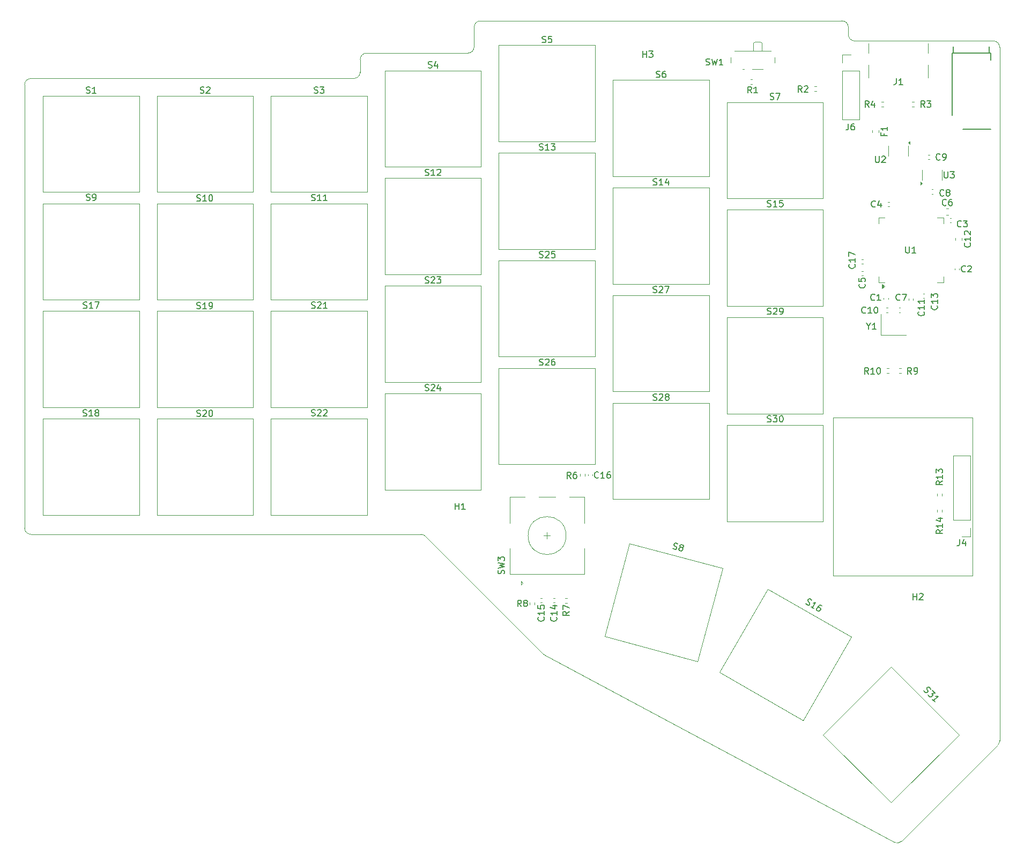
<source format=gbr>
%TF.GenerationSoftware,KiCad,Pcbnew,8.0.5*%
%TF.CreationDate,2024-10-11T21:26:08+02:00*%
%TF.ProjectId,vaucasy_left,76617563-6173-4795-9f6c-6566742e6b69,rev?*%
%TF.SameCoordinates,Original*%
%TF.FileFunction,Legend,Top*%
%TF.FilePolarity,Positive*%
%FSLAX46Y46*%
G04 Gerber Fmt 4.6, Leading zero omitted, Abs format (unit mm)*
G04 Created by KiCad (PCBNEW 8.0.5) date 2024-10-11 21:26:08*
%MOMM*%
%LPD*%
G01*
G04 APERTURE LIST*
%ADD10C,0.100000*%
%ADD11C,0.150000*%
%ADD12C,0.120000*%
%TA.AperFunction,Profile*%
%ADD13C,0.050000*%
%TD*%
G04 APERTURE END LIST*
D10*
X152700000Y-90550000D02*
X174700000Y-90550000D01*
X174700000Y-115550000D01*
X152700000Y-115550000D01*
X152700000Y-90550000D01*
D11*
X160736009Y-45683333D02*
X160736009Y-46016666D01*
X161259819Y-46016666D02*
X160259819Y-46016666D01*
X160259819Y-46016666D02*
X160259819Y-45540476D01*
X161259819Y-44635714D02*
X161259819Y-45207142D01*
X161259819Y-44921428D02*
X160259819Y-44921428D01*
X160259819Y-44921428D02*
X160402676Y-45016666D01*
X160402676Y-45016666D02*
X160497914Y-45111904D01*
X160497914Y-45111904D02*
X160545533Y-45207142D01*
X170238095Y-51704819D02*
X170238095Y-52514342D01*
X170238095Y-52514342D02*
X170285714Y-52609580D01*
X170285714Y-52609580D02*
X170333333Y-52657200D01*
X170333333Y-52657200D02*
X170428571Y-52704819D01*
X170428571Y-52704819D02*
X170619047Y-52704819D01*
X170619047Y-52704819D02*
X170714285Y-52657200D01*
X170714285Y-52657200D02*
X170761904Y-52609580D01*
X170761904Y-52609580D02*
X170809523Y-52514342D01*
X170809523Y-52514342D02*
X170809523Y-51704819D01*
X171190476Y-51704819D02*
X171809523Y-51704819D01*
X171809523Y-51704819D02*
X171476190Y-52085771D01*
X171476190Y-52085771D02*
X171619047Y-52085771D01*
X171619047Y-52085771D02*
X171714285Y-52133390D01*
X171714285Y-52133390D02*
X171761904Y-52181009D01*
X171761904Y-52181009D02*
X171809523Y-52276247D01*
X171809523Y-52276247D02*
X171809523Y-52514342D01*
X171809523Y-52514342D02*
X171761904Y-52609580D01*
X171761904Y-52609580D02*
X171714285Y-52657200D01*
X171714285Y-52657200D02*
X171619047Y-52704819D01*
X171619047Y-52704819D02*
X171333333Y-52704819D01*
X171333333Y-52704819D02*
X171238095Y-52657200D01*
X171238095Y-52657200D02*
X171190476Y-52609580D01*
X158257142Y-83679819D02*
X157923809Y-83203628D01*
X157685714Y-83679819D02*
X157685714Y-82679819D01*
X157685714Y-82679819D02*
X158066666Y-82679819D01*
X158066666Y-82679819D02*
X158161904Y-82727438D01*
X158161904Y-82727438D02*
X158209523Y-82775057D01*
X158209523Y-82775057D02*
X158257142Y-82870295D01*
X158257142Y-82870295D02*
X158257142Y-83013152D01*
X158257142Y-83013152D02*
X158209523Y-83108390D01*
X158209523Y-83108390D02*
X158161904Y-83156009D01*
X158161904Y-83156009D02*
X158066666Y-83203628D01*
X158066666Y-83203628D02*
X157685714Y-83203628D01*
X159209523Y-83679819D02*
X158638095Y-83679819D01*
X158923809Y-83679819D02*
X158923809Y-82679819D01*
X158923809Y-82679819D02*
X158828571Y-82822676D01*
X158828571Y-82822676D02*
X158733333Y-82917914D01*
X158733333Y-82917914D02*
X158638095Y-82965533D01*
X159828571Y-82679819D02*
X159923809Y-82679819D01*
X159923809Y-82679819D02*
X160019047Y-82727438D01*
X160019047Y-82727438D02*
X160066666Y-82775057D01*
X160066666Y-82775057D02*
X160114285Y-82870295D01*
X160114285Y-82870295D02*
X160161904Y-83060771D01*
X160161904Y-83060771D02*
X160161904Y-83298866D01*
X160161904Y-83298866D02*
X160114285Y-83489342D01*
X160114285Y-83489342D02*
X160066666Y-83584580D01*
X160066666Y-83584580D02*
X160019047Y-83632200D01*
X160019047Y-83632200D02*
X159923809Y-83679819D01*
X159923809Y-83679819D02*
X159828571Y-83679819D01*
X159828571Y-83679819D02*
X159733333Y-83632200D01*
X159733333Y-83632200D02*
X159685714Y-83584580D01*
X159685714Y-83584580D02*
X159638095Y-83489342D01*
X159638095Y-83489342D02*
X159590476Y-83298866D01*
X159590476Y-83298866D02*
X159590476Y-83060771D01*
X159590476Y-83060771D02*
X159638095Y-82870295D01*
X159638095Y-82870295D02*
X159685714Y-82775057D01*
X159685714Y-82775057D02*
X159733333Y-82727438D01*
X159733333Y-82727438D02*
X159828571Y-82679819D01*
X164163095Y-63554819D02*
X164163095Y-64364342D01*
X164163095Y-64364342D02*
X164210714Y-64459580D01*
X164210714Y-64459580D02*
X164258333Y-64507200D01*
X164258333Y-64507200D02*
X164353571Y-64554819D01*
X164353571Y-64554819D02*
X164544047Y-64554819D01*
X164544047Y-64554819D02*
X164639285Y-64507200D01*
X164639285Y-64507200D02*
X164686904Y-64459580D01*
X164686904Y-64459580D02*
X164734523Y-64364342D01*
X164734523Y-64364342D02*
X164734523Y-63554819D01*
X165734523Y-64554819D02*
X165163095Y-64554819D01*
X165448809Y-64554819D02*
X165448809Y-63554819D01*
X165448809Y-63554819D02*
X165353571Y-63697676D01*
X165353571Y-63697676D02*
X165258333Y-63792914D01*
X165258333Y-63792914D02*
X165163095Y-63840533D01*
X167009580Y-73842857D02*
X167057200Y-73890476D01*
X167057200Y-73890476D02*
X167104819Y-74033333D01*
X167104819Y-74033333D02*
X167104819Y-74128571D01*
X167104819Y-74128571D02*
X167057200Y-74271428D01*
X167057200Y-74271428D02*
X166961961Y-74366666D01*
X166961961Y-74366666D02*
X166866723Y-74414285D01*
X166866723Y-74414285D02*
X166676247Y-74461904D01*
X166676247Y-74461904D02*
X166533390Y-74461904D01*
X166533390Y-74461904D02*
X166342914Y-74414285D01*
X166342914Y-74414285D02*
X166247676Y-74366666D01*
X166247676Y-74366666D02*
X166152438Y-74271428D01*
X166152438Y-74271428D02*
X166104819Y-74128571D01*
X166104819Y-74128571D02*
X166104819Y-74033333D01*
X166104819Y-74033333D02*
X166152438Y-73890476D01*
X166152438Y-73890476D02*
X166200057Y-73842857D01*
X167104819Y-72890476D02*
X167104819Y-73461904D01*
X167104819Y-73176190D02*
X166104819Y-73176190D01*
X166104819Y-73176190D02*
X166247676Y-73271428D01*
X166247676Y-73271428D02*
X166342914Y-73366666D01*
X166342914Y-73366666D02*
X166390533Y-73461904D01*
X167104819Y-71938095D02*
X167104819Y-72509523D01*
X167104819Y-72223809D02*
X166104819Y-72223809D01*
X166104819Y-72223809D02*
X166247676Y-72319047D01*
X166247676Y-72319047D02*
X166342914Y-72414285D01*
X166342914Y-72414285D02*
X166390533Y-72509523D01*
X100722200Y-115233332D02*
X100769819Y-115090475D01*
X100769819Y-115090475D02*
X100769819Y-114852380D01*
X100769819Y-114852380D02*
X100722200Y-114757142D01*
X100722200Y-114757142D02*
X100674580Y-114709523D01*
X100674580Y-114709523D02*
X100579342Y-114661904D01*
X100579342Y-114661904D02*
X100484104Y-114661904D01*
X100484104Y-114661904D02*
X100388866Y-114709523D01*
X100388866Y-114709523D02*
X100341247Y-114757142D01*
X100341247Y-114757142D02*
X100293628Y-114852380D01*
X100293628Y-114852380D02*
X100246009Y-115042856D01*
X100246009Y-115042856D02*
X100198390Y-115138094D01*
X100198390Y-115138094D02*
X100150771Y-115185713D01*
X100150771Y-115185713D02*
X100055533Y-115233332D01*
X100055533Y-115233332D02*
X99960295Y-115233332D01*
X99960295Y-115233332D02*
X99865057Y-115185713D01*
X99865057Y-115185713D02*
X99817438Y-115138094D01*
X99817438Y-115138094D02*
X99769819Y-115042856D01*
X99769819Y-115042856D02*
X99769819Y-114804761D01*
X99769819Y-114804761D02*
X99817438Y-114661904D01*
X99769819Y-114328570D02*
X100769819Y-114090475D01*
X100769819Y-114090475D02*
X100055533Y-113899999D01*
X100055533Y-113899999D02*
X100769819Y-113709523D01*
X100769819Y-113709523D02*
X99769819Y-113471428D01*
X99769819Y-113185713D02*
X99769819Y-112566666D01*
X99769819Y-112566666D02*
X100150771Y-112899999D01*
X100150771Y-112899999D02*
X100150771Y-112757142D01*
X100150771Y-112757142D02*
X100198390Y-112661904D01*
X100198390Y-112661904D02*
X100246009Y-112614285D01*
X100246009Y-112614285D02*
X100341247Y-112566666D01*
X100341247Y-112566666D02*
X100579342Y-112566666D01*
X100579342Y-112566666D02*
X100674580Y-112614285D01*
X100674580Y-112614285D02*
X100722200Y-112661904D01*
X100722200Y-112661904D02*
X100769819Y-112757142D01*
X100769819Y-112757142D02*
X100769819Y-113042856D01*
X100769819Y-113042856D02*
X100722200Y-113138094D01*
X100722200Y-113138094D02*
X100674580Y-113185713D01*
X172666666Y-109814819D02*
X172666666Y-110529104D01*
X172666666Y-110529104D02*
X172619047Y-110671961D01*
X172619047Y-110671961D02*
X172523809Y-110767200D01*
X172523809Y-110767200D02*
X172380952Y-110814819D01*
X172380952Y-110814819D02*
X172285714Y-110814819D01*
X173571428Y-110148152D02*
X173571428Y-110814819D01*
X173333333Y-109767200D02*
X173095238Y-110481485D01*
X173095238Y-110481485D02*
X173714285Y-110481485D01*
X157659580Y-69466666D02*
X157707200Y-69514285D01*
X157707200Y-69514285D02*
X157754819Y-69657142D01*
X157754819Y-69657142D02*
X157754819Y-69752380D01*
X157754819Y-69752380D02*
X157707200Y-69895237D01*
X157707200Y-69895237D02*
X157611961Y-69990475D01*
X157611961Y-69990475D02*
X157516723Y-70038094D01*
X157516723Y-70038094D02*
X157326247Y-70085713D01*
X157326247Y-70085713D02*
X157183390Y-70085713D01*
X157183390Y-70085713D02*
X156992914Y-70038094D01*
X156992914Y-70038094D02*
X156897676Y-69990475D01*
X156897676Y-69990475D02*
X156802438Y-69895237D01*
X156802438Y-69895237D02*
X156754819Y-69752380D01*
X156754819Y-69752380D02*
X156754819Y-69657142D01*
X156754819Y-69657142D02*
X156802438Y-69514285D01*
X156802438Y-69514285D02*
X156850057Y-69466666D01*
X156754819Y-68561904D02*
X156754819Y-69038094D01*
X156754819Y-69038094D02*
X157231009Y-69085713D01*
X157231009Y-69085713D02*
X157183390Y-69038094D01*
X157183390Y-69038094D02*
X157135771Y-68942856D01*
X157135771Y-68942856D02*
X157135771Y-68704761D01*
X157135771Y-68704761D02*
X157183390Y-68609523D01*
X157183390Y-68609523D02*
X157231009Y-68561904D01*
X157231009Y-68561904D02*
X157326247Y-68514285D01*
X157326247Y-68514285D02*
X157564342Y-68514285D01*
X157564342Y-68514285D02*
X157659580Y-68561904D01*
X157659580Y-68561904D02*
X157707200Y-68609523D01*
X157707200Y-68609523D02*
X157754819Y-68704761D01*
X157754819Y-68704761D02*
X157754819Y-68942856D01*
X157754819Y-68942856D02*
X157707200Y-69038094D01*
X157707200Y-69038094D02*
X157659580Y-69085713D01*
X106763095Y-31282200D02*
X106905952Y-31329819D01*
X106905952Y-31329819D02*
X107144047Y-31329819D01*
X107144047Y-31329819D02*
X107239285Y-31282200D01*
X107239285Y-31282200D02*
X107286904Y-31234580D01*
X107286904Y-31234580D02*
X107334523Y-31139342D01*
X107334523Y-31139342D02*
X107334523Y-31044104D01*
X107334523Y-31044104D02*
X107286904Y-30948866D01*
X107286904Y-30948866D02*
X107239285Y-30901247D01*
X107239285Y-30901247D02*
X107144047Y-30853628D01*
X107144047Y-30853628D02*
X106953571Y-30806009D01*
X106953571Y-30806009D02*
X106858333Y-30758390D01*
X106858333Y-30758390D02*
X106810714Y-30710771D01*
X106810714Y-30710771D02*
X106763095Y-30615533D01*
X106763095Y-30615533D02*
X106763095Y-30520295D01*
X106763095Y-30520295D02*
X106810714Y-30425057D01*
X106810714Y-30425057D02*
X106858333Y-30377438D01*
X106858333Y-30377438D02*
X106953571Y-30329819D01*
X106953571Y-30329819D02*
X107191666Y-30329819D01*
X107191666Y-30329819D02*
X107334523Y-30377438D01*
X108239285Y-30329819D02*
X107763095Y-30329819D01*
X107763095Y-30329819D02*
X107715476Y-30806009D01*
X107715476Y-30806009D02*
X107763095Y-30758390D01*
X107763095Y-30758390D02*
X107858333Y-30710771D01*
X107858333Y-30710771D02*
X108096428Y-30710771D01*
X108096428Y-30710771D02*
X108191666Y-30758390D01*
X108191666Y-30758390D02*
X108239285Y-30806009D01*
X108239285Y-30806009D02*
X108286904Y-30901247D01*
X108286904Y-30901247D02*
X108286904Y-31139342D01*
X108286904Y-31139342D02*
X108239285Y-31234580D01*
X108239285Y-31234580D02*
X108191666Y-31282200D01*
X108191666Y-31282200D02*
X108096428Y-31329819D01*
X108096428Y-31329819D02*
X107858333Y-31329819D01*
X107858333Y-31329819D02*
X107763095Y-31282200D01*
X107763095Y-31282200D02*
X107715476Y-31234580D01*
X124286905Y-70782200D02*
X124429762Y-70829819D01*
X124429762Y-70829819D02*
X124667857Y-70829819D01*
X124667857Y-70829819D02*
X124763095Y-70782200D01*
X124763095Y-70782200D02*
X124810714Y-70734580D01*
X124810714Y-70734580D02*
X124858333Y-70639342D01*
X124858333Y-70639342D02*
X124858333Y-70544104D01*
X124858333Y-70544104D02*
X124810714Y-70448866D01*
X124810714Y-70448866D02*
X124763095Y-70401247D01*
X124763095Y-70401247D02*
X124667857Y-70353628D01*
X124667857Y-70353628D02*
X124477381Y-70306009D01*
X124477381Y-70306009D02*
X124382143Y-70258390D01*
X124382143Y-70258390D02*
X124334524Y-70210771D01*
X124334524Y-70210771D02*
X124286905Y-70115533D01*
X124286905Y-70115533D02*
X124286905Y-70020295D01*
X124286905Y-70020295D02*
X124334524Y-69925057D01*
X124334524Y-69925057D02*
X124382143Y-69877438D01*
X124382143Y-69877438D02*
X124477381Y-69829819D01*
X124477381Y-69829819D02*
X124715476Y-69829819D01*
X124715476Y-69829819D02*
X124858333Y-69877438D01*
X125239286Y-69925057D02*
X125286905Y-69877438D01*
X125286905Y-69877438D02*
X125382143Y-69829819D01*
X125382143Y-69829819D02*
X125620238Y-69829819D01*
X125620238Y-69829819D02*
X125715476Y-69877438D01*
X125715476Y-69877438D02*
X125763095Y-69925057D01*
X125763095Y-69925057D02*
X125810714Y-70020295D01*
X125810714Y-70020295D02*
X125810714Y-70115533D01*
X125810714Y-70115533D02*
X125763095Y-70258390D01*
X125763095Y-70258390D02*
X125191667Y-70829819D01*
X125191667Y-70829819D02*
X125810714Y-70829819D01*
X126144048Y-69829819D02*
X126810714Y-69829819D01*
X126810714Y-69829819D02*
X126382143Y-70829819D01*
X108974580Y-122092857D02*
X109022200Y-122140476D01*
X109022200Y-122140476D02*
X109069819Y-122283333D01*
X109069819Y-122283333D02*
X109069819Y-122378571D01*
X109069819Y-122378571D02*
X109022200Y-122521428D01*
X109022200Y-122521428D02*
X108926961Y-122616666D01*
X108926961Y-122616666D02*
X108831723Y-122664285D01*
X108831723Y-122664285D02*
X108641247Y-122711904D01*
X108641247Y-122711904D02*
X108498390Y-122711904D01*
X108498390Y-122711904D02*
X108307914Y-122664285D01*
X108307914Y-122664285D02*
X108212676Y-122616666D01*
X108212676Y-122616666D02*
X108117438Y-122521428D01*
X108117438Y-122521428D02*
X108069819Y-122378571D01*
X108069819Y-122378571D02*
X108069819Y-122283333D01*
X108069819Y-122283333D02*
X108117438Y-122140476D01*
X108117438Y-122140476D02*
X108165057Y-122092857D01*
X109069819Y-121140476D02*
X109069819Y-121711904D01*
X109069819Y-121426190D02*
X108069819Y-121426190D01*
X108069819Y-121426190D02*
X108212676Y-121521428D01*
X108212676Y-121521428D02*
X108307914Y-121616666D01*
X108307914Y-121616666D02*
X108355533Y-121711904D01*
X108403152Y-120283333D02*
X109069819Y-120283333D01*
X108022200Y-120521428D02*
X108736485Y-120759523D01*
X108736485Y-120759523D02*
X108736485Y-120140476D01*
X70763095Y-39282200D02*
X70905952Y-39329819D01*
X70905952Y-39329819D02*
X71144047Y-39329819D01*
X71144047Y-39329819D02*
X71239285Y-39282200D01*
X71239285Y-39282200D02*
X71286904Y-39234580D01*
X71286904Y-39234580D02*
X71334523Y-39139342D01*
X71334523Y-39139342D02*
X71334523Y-39044104D01*
X71334523Y-39044104D02*
X71286904Y-38948866D01*
X71286904Y-38948866D02*
X71239285Y-38901247D01*
X71239285Y-38901247D02*
X71144047Y-38853628D01*
X71144047Y-38853628D02*
X70953571Y-38806009D01*
X70953571Y-38806009D02*
X70858333Y-38758390D01*
X70858333Y-38758390D02*
X70810714Y-38710771D01*
X70810714Y-38710771D02*
X70763095Y-38615533D01*
X70763095Y-38615533D02*
X70763095Y-38520295D01*
X70763095Y-38520295D02*
X70810714Y-38425057D01*
X70810714Y-38425057D02*
X70858333Y-38377438D01*
X70858333Y-38377438D02*
X70953571Y-38329819D01*
X70953571Y-38329819D02*
X71191666Y-38329819D01*
X71191666Y-38329819D02*
X71334523Y-38377438D01*
X71667857Y-38329819D02*
X72286904Y-38329819D01*
X72286904Y-38329819D02*
X71953571Y-38710771D01*
X71953571Y-38710771D02*
X72096428Y-38710771D01*
X72096428Y-38710771D02*
X72191666Y-38758390D01*
X72191666Y-38758390D02*
X72239285Y-38806009D01*
X72239285Y-38806009D02*
X72286904Y-38901247D01*
X72286904Y-38901247D02*
X72286904Y-39139342D01*
X72286904Y-39139342D02*
X72239285Y-39234580D01*
X72239285Y-39234580D02*
X72191666Y-39282200D01*
X72191666Y-39282200D02*
X72096428Y-39329819D01*
X72096428Y-39329819D02*
X71810714Y-39329819D01*
X71810714Y-39329819D02*
X71715476Y-39282200D01*
X71715476Y-39282200D02*
X71667857Y-39234580D01*
X52211905Y-73332200D02*
X52354762Y-73379819D01*
X52354762Y-73379819D02*
X52592857Y-73379819D01*
X52592857Y-73379819D02*
X52688095Y-73332200D01*
X52688095Y-73332200D02*
X52735714Y-73284580D01*
X52735714Y-73284580D02*
X52783333Y-73189342D01*
X52783333Y-73189342D02*
X52783333Y-73094104D01*
X52783333Y-73094104D02*
X52735714Y-72998866D01*
X52735714Y-72998866D02*
X52688095Y-72951247D01*
X52688095Y-72951247D02*
X52592857Y-72903628D01*
X52592857Y-72903628D02*
X52402381Y-72856009D01*
X52402381Y-72856009D02*
X52307143Y-72808390D01*
X52307143Y-72808390D02*
X52259524Y-72760771D01*
X52259524Y-72760771D02*
X52211905Y-72665533D01*
X52211905Y-72665533D02*
X52211905Y-72570295D01*
X52211905Y-72570295D02*
X52259524Y-72475057D01*
X52259524Y-72475057D02*
X52307143Y-72427438D01*
X52307143Y-72427438D02*
X52402381Y-72379819D01*
X52402381Y-72379819D02*
X52640476Y-72379819D01*
X52640476Y-72379819D02*
X52783333Y-72427438D01*
X53735714Y-73379819D02*
X53164286Y-73379819D01*
X53450000Y-73379819D02*
X53450000Y-72379819D01*
X53450000Y-72379819D02*
X53354762Y-72522676D01*
X53354762Y-72522676D02*
X53259524Y-72617914D01*
X53259524Y-72617914D02*
X53164286Y-72665533D01*
X54211905Y-73379819D02*
X54402381Y-73379819D01*
X54402381Y-73379819D02*
X54497619Y-73332200D01*
X54497619Y-73332200D02*
X54545238Y-73284580D01*
X54545238Y-73284580D02*
X54640476Y-73141723D01*
X54640476Y-73141723D02*
X54688095Y-72951247D01*
X54688095Y-72951247D02*
X54688095Y-72570295D01*
X54688095Y-72570295D02*
X54640476Y-72475057D01*
X54640476Y-72475057D02*
X54592857Y-72427438D01*
X54592857Y-72427438D02*
X54497619Y-72379819D01*
X54497619Y-72379819D02*
X54307143Y-72379819D01*
X54307143Y-72379819D02*
X54211905Y-72427438D01*
X54211905Y-72427438D02*
X54164286Y-72475057D01*
X54164286Y-72475057D02*
X54116667Y-72570295D01*
X54116667Y-72570295D02*
X54116667Y-72808390D01*
X54116667Y-72808390D02*
X54164286Y-72903628D01*
X54164286Y-72903628D02*
X54211905Y-72951247D01*
X54211905Y-72951247D02*
X54307143Y-72998866D01*
X54307143Y-72998866D02*
X54497619Y-72998866D01*
X54497619Y-72998866D02*
X54592857Y-72951247D01*
X54592857Y-72951247D02*
X54640476Y-72903628D01*
X54640476Y-72903628D02*
X54688095Y-72808390D01*
X111004819Y-121191666D02*
X110528628Y-121524999D01*
X111004819Y-121763094D02*
X110004819Y-121763094D01*
X110004819Y-121763094D02*
X110004819Y-121382142D01*
X110004819Y-121382142D02*
X110052438Y-121286904D01*
X110052438Y-121286904D02*
X110100057Y-121239285D01*
X110100057Y-121239285D02*
X110195295Y-121191666D01*
X110195295Y-121191666D02*
X110338152Y-121191666D01*
X110338152Y-121191666D02*
X110433390Y-121239285D01*
X110433390Y-121239285D02*
X110481009Y-121286904D01*
X110481009Y-121286904D02*
X110528628Y-121382142D01*
X110528628Y-121382142D02*
X110528628Y-121763094D01*
X110004819Y-120858332D02*
X110004819Y-120191666D01*
X110004819Y-120191666D02*
X111004819Y-120620237D01*
X124286905Y-87782200D02*
X124429762Y-87829819D01*
X124429762Y-87829819D02*
X124667857Y-87829819D01*
X124667857Y-87829819D02*
X124763095Y-87782200D01*
X124763095Y-87782200D02*
X124810714Y-87734580D01*
X124810714Y-87734580D02*
X124858333Y-87639342D01*
X124858333Y-87639342D02*
X124858333Y-87544104D01*
X124858333Y-87544104D02*
X124810714Y-87448866D01*
X124810714Y-87448866D02*
X124763095Y-87401247D01*
X124763095Y-87401247D02*
X124667857Y-87353628D01*
X124667857Y-87353628D02*
X124477381Y-87306009D01*
X124477381Y-87306009D02*
X124382143Y-87258390D01*
X124382143Y-87258390D02*
X124334524Y-87210771D01*
X124334524Y-87210771D02*
X124286905Y-87115533D01*
X124286905Y-87115533D02*
X124286905Y-87020295D01*
X124286905Y-87020295D02*
X124334524Y-86925057D01*
X124334524Y-86925057D02*
X124382143Y-86877438D01*
X124382143Y-86877438D02*
X124477381Y-86829819D01*
X124477381Y-86829819D02*
X124715476Y-86829819D01*
X124715476Y-86829819D02*
X124858333Y-86877438D01*
X125239286Y-86925057D02*
X125286905Y-86877438D01*
X125286905Y-86877438D02*
X125382143Y-86829819D01*
X125382143Y-86829819D02*
X125620238Y-86829819D01*
X125620238Y-86829819D02*
X125715476Y-86877438D01*
X125715476Y-86877438D02*
X125763095Y-86925057D01*
X125763095Y-86925057D02*
X125810714Y-87020295D01*
X125810714Y-87020295D02*
X125810714Y-87115533D01*
X125810714Y-87115533D02*
X125763095Y-87258390D01*
X125763095Y-87258390D02*
X125191667Y-87829819D01*
X125191667Y-87829819D02*
X125810714Y-87829819D01*
X126382143Y-87258390D02*
X126286905Y-87210771D01*
X126286905Y-87210771D02*
X126239286Y-87163152D01*
X126239286Y-87163152D02*
X126191667Y-87067914D01*
X126191667Y-87067914D02*
X126191667Y-87020295D01*
X126191667Y-87020295D02*
X126239286Y-86925057D01*
X126239286Y-86925057D02*
X126286905Y-86877438D01*
X126286905Y-86877438D02*
X126382143Y-86829819D01*
X126382143Y-86829819D02*
X126572619Y-86829819D01*
X126572619Y-86829819D02*
X126667857Y-86877438D01*
X126667857Y-86877438D02*
X126715476Y-86925057D01*
X126715476Y-86925057D02*
X126763095Y-87020295D01*
X126763095Y-87020295D02*
X126763095Y-87067914D01*
X126763095Y-87067914D02*
X126715476Y-87163152D01*
X126715476Y-87163152D02*
X126667857Y-87210771D01*
X126667857Y-87210771D02*
X126572619Y-87258390D01*
X126572619Y-87258390D02*
X126382143Y-87258390D01*
X126382143Y-87258390D02*
X126286905Y-87306009D01*
X126286905Y-87306009D02*
X126239286Y-87353628D01*
X126239286Y-87353628D02*
X126191667Y-87448866D01*
X126191667Y-87448866D02*
X126191667Y-87639342D01*
X126191667Y-87639342D02*
X126239286Y-87734580D01*
X126239286Y-87734580D02*
X126286905Y-87782200D01*
X126286905Y-87782200D02*
X126382143Y-87829819D01*
X126382143Y-87829819D02*
X126572619Y-87829819D01*
X126572619Y-87829819D02*
X126667857Y-87782200D01*
X126667857Y-87782200D02*
X126715476Y-87734580D01*
X126715476Y-87734580D02*
X126763095Y-87639342D01*
X126763095Y-87639342D02*
X126763095Y-87448866D01*
X126763095Y-87448866D02*
X126715476Y-87353628D01*
X126715476Y-87353628D02*
X126667857Y-87306009D01*
X126667857Y-87306009D02*
X126572619Y-87258390D01*
X122638095Y-33654819D02*
X122638095Y-32654819D01*
X122638095Y-33131009D02*
X123209523Y-33131009D01*
X123209523Y-33654819D02*
X123209523Y-32654819D01*
X123590476Y-32654819D02*
X124209523Y-32654819D01*
X124209523Y-32654819D02*
X123876190Y-33035771D01*
X123876190Y-33035771D02*
X124019047Y-33035771D01*
X124019047Y-33035771D02*
X124114285Y-33083390D01*
X124114285Y-33083390D02*
X124161904Y-33131009D01*
X124161904Y-33131009D02*
X124209523Y-33226247D01*
X124209523Y-33226247D02*
X124209523Y-33464342D01*
X124209523Y-33464342D02*
X124161904Y-33559580D01*
X124161904Y-33559580D02*
X124114285Y-33607200D01*
X124114285Y-33607200D02*
X124019047Y-33654819D01*
X124019047Y-33654819D02*
X123733333Y-33654819D01*
X123733333Y-33654819D02*
X123638095Y-33607200D01*
X123638095Y-33607200D02*
X123590476Y-33559580D01*
X142763095Y-40282200D02*
X142905952Y-40329819D01*
X142905952Y-40329819D02*
X143144047Y-40329819D01*
X143144047Y-40329819D02*
X143239285Y-40282200D01*
X143239285Y-40282200D02*
X143286904Y-40234580D01*
X143286904Y-40234580D02*
X143334523Y-40139342D01*
X143334523Y-40139342D02*
X143334523Y-40044104D01*
X143334523Y-40044104D02*
X143286904Y-39948866D01*
X143286904Y-39948866D02*
X143239285Y-39901247D01*
X143239285Y-39901247D02*
X143144047Y-39853628D01*
X143144047Y-39853628D02*
X142953571Y-39806009D01*
X142953571Y-39806009D02*
X142858333Y-39758390D01*
X142858333Y-39758390D02*
X142810714Y-39710771D01*
X142810714Y-39710771D02*
X142763095Y-39615533D01*
X142763095Y-39615533D02*
X142763095Y-39520295D01*
X142763095Y-39520295D02*
X142810714Y-39425057D01*
X142810714Y-39425057D02*
X142858333Y-39377438D01*
X142858333Y-39377438D02*
X142953571Y-39329819D01*
X142953571Y-39329819D02*
X143191666Y-39329819D01*
X143191666Y-39329819D02*
X143334523Y-39377438D01*
X143667857Y-39329819D02*
X144334523Y-39329819D01*
X144334523Y-39329819D02*
X143905952Y-40329819D01*
X132616667Y-34832200D02*
X132759524Y-34879819D01*
X132759524Y-34879819D02*
X132997619Y-34879819D01*
X132997619Y-34879819D02*
X133092857Y-34832200D01*
X133092857Y-34832200D02*
X133140476Y-34784580D01*
X133140476Y-34784580D02*
X133188095Y-34689342D01*
X133188095Y-34689342D02*
X133188095Y-34594104D01*
X133188095Y-34594104D02*
X133140476Y-34498866D01*
X133140476Y-34498866D02*
X133092857Y-34451247D01*
X133092857Y-34451247D02*
X132997619Y-34403628D01*
X132997619Y-34403628D02*
X132807143Y-34356009D01*
X132807143Y-34356009D02*
X132711905Y-34308390D01*
X132711905Y-34308390D02*
X132664286Y-34260771D01*
X132664286Y-34260771D02*
X132616667Y-34165533D01*
X132616667Y-34165533D02*
X132616667Y-34070295D01*
X132616667Y-34070295D02*
X132664286Y-33975057D01*
X132664286Y-33975057D02*
X132711905Y-33927438D01*
X132711905Y-33927438D02*
X132807143Y-33879819D01*
X132807143Y-33879819D02*
X133045238Y-33879819D01*
X133045238Y-33879819D02*
X133188095Y-33927438D01*
X133521429Y-33879819D02*
X133759524Y-34879819D01*
X133759524Y-34879819D02*
X133950000Y-34165533D01*
X133950000Y-34165533D02*
X134140476Y-34879819D01*
X134140476Y-34879819D02*
X134378572Y-33879819D01*
X135283333Y-34879819D02*
X134711905Y-34879819D01*
X134997619Y-34879819D02*
X134997619Y-33879819D01*
X134997619Y-33879819D02*
X134902381Y-34022676D01*
X134902381Y-34022676D02*
X134807143Y-34117914D01*
X134807143Y-34117914D02*
X134711905Y-34165533D01*
X142311905Y-91207200D02*
X142454762Y-91254819D01*
X142454762Y-91254819D02*
X142692857Y-91254819D01*
X142692857Y-91254819D02*
X142788095Y-91207200D01*
X142788095Y-91207200D02*
X142835714Y-91159580D01*
X142835714Y-91159580D02*
X142883333Y-91064342D01*
X142883333Y-91064342D02*
X142883333Y-90969104D01*
X142883333Y-90969104D02*
X142835714Y-90873866D01*
X142835714Y-90873866D02*
X142788095Y-90826247D01*
X142788095Y-90826247D02*
X142692857Y-90778628D01*
X142692857Y-90778628D02*
X142502381Y-90731009D01*
X142502381Y-90731009D02*
X142407143Y-90683390D01*
X142407143Y-90683390D02*
X142359524Y-90635771D01*
X142359524Y-90635771D02*
X142311905Y-90540533D01*
X142311905Y-90540533D02*
X142311905Y-90445295D01*
X142311905Y-90445295D02*
X142359524Y-90350057D01*
X142359524Y-90350057D02*
X142407143Y-90302438D01*
X142407143Y-90302438D02*
X142502381Y-90254819D01*
X142502381Y-90254819D02*
X142740476Y-90254819D01*
X142740476Y-90254819D02*
X142883333Y-90302438D01*
X143216667Y-90254819D02*
X143835714Y-90254819D01*
X143835714Y-90254819D02*
X143502381Y-90635771D01*
X143502381Y-90635771D02*
X143645238Y-90635771D01*
X143645238Y-90635771D02*
X143740476Y-90683390D01*
X143740476Y-90683390D02*
X143788095Y-90731009D01*
X143788095Y-90731009D02*
X143835714Y-90826247D01*
X143835714Y-90826247D02*
X143835714Y-91064342D01*
X143835714Y-91064342D02*
X143788095Y-91159580D01*
X143788095Y-91159580D02*
X143740476Y-91207200D01*
X143740476Y-91207200D02*
X143645238Y-91254819D01*
X143645238Y-91254819D02*
X143359524Y-91254819D01*
X143359524Y-91254819D02*
X143264286Y-91207200D01*
X143264286Y-91207200D02*
X143216667Y-91159580D01*
X144454762Y-90254819D02*
X144550000Y-90254819D01*
X144550000Y-90254819D02*
X144645238Y-90302438D01*
X144645238Y-90302438D02*
X144692857Y-90350057D01*
X144692857Y-90350057D02*
X144740476Y-90445295D01*
X144740476Y-90445295D02*
X144788095Y-90635771D01*
X144788095Y-90635771D02*
X144788095Y-90873866D01*
X144788095Y-90873866D02*
X144740476Y-91064342D01*
X144740476Y-91064342D02*
X144692857Y-91159580D01*
X144692857Y-91159580D02*
X144645238Y-91207200D01*
X144645238Y-91207200D02*
X144550000Y-91254819D01*
X144550000Y-91254819D02*
X144454762Y-91254819D01*
X144454762Y-91254819D02*
X144359524Y-91207200D01*
X144359524Y-91207200D02*
X144311905Y-91159580D01*
X144311905Y-91159580D02*
X144264286Y-91064342D01*
X144264286Y-91064342D02*
X144216667Y-90873866D01*
X144216667Y-90873866D02*
X144216667Y-90635771D01*
X144216667Y-90635771D02*
X144264286Y-90445295D01*
X144264286Y-90445295D02*
X144311905Y-90350057D01*
X144311905Y-90350057D02*
X144359524Y-90302438D01*
X144359524Y-90302438D02*
X144454762Y-90254819D01*
X165313095Y-119329819D02*
X165313095Y-118329819D01*
X165313095Y-118806009D02*
X165884523Y-118806009D01*
X165884523Y-119329819D02*
X165884523Y-118329819D01*
X166313095Y-118425057D02*
X166360714Y-118377438D01*
X166360714Y-118377438D02*
X166455952Y-118329819D01*
X166455952Y-118329819D02*
X166694047Y-118329819D01*
X166694047Y-118329819D02*
X166789285Y-118377438D01*
X166789285Y-118377438D02*
X166836904Y-118425057D01*
X166836904Y-118425057D02*
X166884523Y-118520295D01*
X166884523Y-118520295D02*
X166884523Y-118615533D01*
X166884523Y-118615533D02*
X166836904Y-118758390D01*
X166836904Y-118758390D02*
X166265476Y-119329819D01*
X166265476Y-119329819D02*
X166884523Y-119329819D01*
X111258333Y-100179819D02*
X110925000Y-99703628D01*
X110686905Y-100179819D02*
X110686905Y-99179819D01*
X110686905Y-99179819D02*
X111067857Y-99179819D01*
X111067857Y-99179819D02*
X111163095Y-99227438D01*
X111163095Y-99227438D02*
X111210714Y-99275057D01*
X111210714Y-99275057D02*
X111258333Y-99370295D01*
X111258333Y-99370295D02*
X111258333Y-99513152D01*
X111258333Y-99513152D02*
X111210714Y-99608390D01*
X111210714Y-99608390D02*
X111163095Y-99656009D01*
X111163095Y-99656009D02*
X111067857Y-99703628D01*
X111067857Y-99703628D02*
X110686905Y-99703628D01*
X112115476Y-99179819D02*
X111925000Y-99179819D01*
X111925000Y-99179819D02*
X111829762Y-99227438D01*
X111829762Y-99227438D02*
X111782143Y-99275057D01*
X111782143Y-99275057D02*
X111686905Y-99417914D01*
X111686905Y-99417914D02*
X111639286Y-99608390D01*
X111639286Y-99608390D02*
X111639286Y-99989342D01*
X111639286Y-99989342D02*
X111686905Y-100084580D01*
X111686905Y-100084580D02*
X111734524Y-100132200D01*
X111734524Y-100132200D02*
X111829762Y-100179819D01*
X111829762Y-100179819D02*
X112020238Y-100179819D01*
X112020238Y-100179819D02*
X112115476Y-100132200D01*
X112115476Y-100132200D02*
X112163095Y-100084580D01*
X112163095Y-100084580D02*
X112210714Y-99989342D01*
X112210714Y-99989342D02*
X112210714Y-99751247D01*
X112210714Y-99751247D02*
X112163095Y-99656009D01*
X112163095Y-99656009D02*
X112115476Y-99608390D01*
X112115476Y-99608390D02*
X112020238Y-99560771D01*
X112020238Y-99560771D02*
X111829762Y-99560771D01*
X111829762Y-99560771D02*
X111734524Y-99608390D01*
X111734524Y-99608390D02*
X111686905Y-99656009D01*
X111686905Y-99656009D02*
X111639286Y-99751247D01*
X93013095Y-105079819D02*
X93013095Y-104079819D01*
X93013095Y-104556009D02*
X93584523Y-104556009D01*
X93584523Y-105079819D02*
X93584523Y-104079819D01*
X94584523Y-105079819D02*
X94013095Y-105079819D01*
X94298809Y-105079819D02*
X94298809Y-104079819D01*
X94298809Y-104079819D02*
X94203571Y-104222676D01*
X94203571Y-104222676D02*
X94108333Y-104317914D01*
X94108333Y-104317914D02*
X94013095Y-104365533D01*
X124286905Y-53782200D02*
X124429762Y-53829819D01*
X124429762Y-53829819D02*
X124667857Y-53829819D01*
X124667857Y-53829819D02*
X124763095Y-53782200D01*
X124763095Y-53782200D02*
X124810714Y-53734580D01*
X124810714Y-53734580D02*
X124858333Y-53639342D01*
X124858333Y-53639342D02*
X124858333Y-53544104D01*
X124858333Y-53544104D02*
X124810714Y-53448866D01*
X124810714Y-53448866D02*
X124763095Y-53401247D01*
X124763095Y-53401247D02*
X124667857Y-53353628D01*
X124667857Y-53353628D02*
X124477381Y-53306009D01*
X124477381Y-53306009D02*
X124382143Y-53258390D01*
X124382143Y-53258390D02*
X124334524Y-53210771D01*
X124334524Y-53210771D02*
X124286905Y-53115533D01*
X124286905Y-53115533D02*
X124286905Y-53020295D01*
X124286905Y-53020295D02*
X124334524Y-52925057D01*
X124334524Y-52925057D02*
X124382143Y-52877438D01*
X124382143Y-52877438D02*
X124477381Y-52829819D01*
X124477381Y-52829819D02*
X124715476Y-52829819D01*
X124715476Y-52829819D02*
X124858333Y-52877438D01*
X125810714Y-53829819D02*
X125239286Y-53829819D01*
X125525000Y-53829819D02*
X125525000Y-52829819D01*
X125525000Y-52829819D02*
X125429762Y-52972676D01*
X125429762Y-52972676D02*
X125334524Y-53067914D01*
X125334524Y-53067914D02*
X125239286Y-53115533D01*
X126667857Y-53163152D02*
X126667857Y-53829819D01*
X126429762Y-52782200D02*
X126191667Y-53496485D01*
X126191667Y-53496485D02*
X126810714Y-53496485D01*
X169583333Y-49784580D02*
X169535714Y-49832200D01*
X169535714Y-49832200D02*
X169392857Y-49879819D01*
X169392857Y-49879819D02*
X169297619Y-49879819D01*
X169297619Y-49879819D02*
X169154762Y-49832200D01*
X169154762Y-49832200D02*
X169059524Y-49736961D01*
X169059524Y-49736961D02*
X169011905Y-49641723D01*
X169011905Y-49641723D02*
X168964286Y-49451247D01*
X168964286Y-49451247D02*
X168964286Y-49308390D01*
X168964286Y-49308390D02*
X169011905Y-49117914D01*
X169011905Y-49117914D02*
X169059524Y-49022676D01*
X169059524Y-49022676D02*
X169154762Y-48927438D01*
X169154762Y-48927438D02*
X169297619Y-48879819D01*
X169297619Y-48879819D02*
X169392857Y-48879819D01*
X169392857Y-48879819D02*
X169535714Y-48927438D01*
X169535714Y-48927438D02*
X169583333Y-48975057D01*
X170059524Y-49879819D02*
X170250000Y-49879819D01*
X170250000Y-49879819D02*
X170345238Y-49832200D01*
X170345238Y-49832200D02*
X170392857Y-49784580D01*
X170392857Y-49784580D02*
X170488095Y-49641723D01*
X170488095Y-49641723D02*
X170535714Y-49451247D01*
X170535714Y-49451247D02*
X170535714Y-49070295D01*
X170535714Y-49070295D02*
X170488095Y-48975057D01*
X170488095Y-48975057D02*
X170440476Y-48927438D01*
X170440476Y-48927438D02*
X170345238Y-48879819D01*
X170345238Y-48879819D02*
X170154762Y-48879819D01*
X170154762Y-48879819D02*
X170059524Y-48927438D01*
X170059524Y-48927438D02*
X170011905Y-48975057D01*
X170011905Y-48975057D02*
X169964286Y-49070295D01*
X169964286Y-49070295D02*
X169964286Y-49308390D01*
X169964286Y-49308390D02*
X170011905Y-49403628D01*
X170011905Y-49403628D02*
X170059524Y-49451247D01*
X170059524Y-49451247D02*
X170154762Y-49498866D01*
X170154762Y-49498866D02*
X170345238Y-49498866D01*
X170345238Y-49498866D02*
X170440476Y-49451247D01*
X170440476Y-49451247D02*
X170488095Y-49403628D01*
X170488095Y-49403628D02*
X170535714Y-49308390D01*
X124763095Y-36782200D02*
X124905952Y-36829819D01*
X124905952Y-36829819D02*
X125144047Y-36829819D01*
X125144047Y-36829819D02*
X125239285Y-36782200D01*
X125239285Y-36782200D02*
X125286904Y-36734580D01*
X125286904Y-36734580D02*
X125334523Y-36639342D01*
X125334523Y-36639342D02*
X125334523Y-36544104D01*
X125334523Y-36544104D02*
X125286904Y-36448866D01*
X125286904Y-36448866D02*
X125239285Y-36401247D01*
X125239285Y-36401247D02*
X125144047Y-36353628D01*
X125144047Y-36353628D02*
X124953571Y-36306009D01*
X124953571Y-36306009D02*
X124858333Y-36258390D01*
X124858333Y-36258390D02*
X124810714Y-36210771D01*
X124810714Y-36210771D02*
X124763095Y-36115533D01*
X124763095Y-36115533D02*
X124763095Y-36020295D01*
X124763095Y-36020295D02*
X124810714Y-35925057D01*
X124810714Y-35925057D02*
X124858333Y-35877438D01*
X124858333Y-35877438D02*
X124953571Y-35829819D01*
X124953571Y-35829819D02*
X125191666Y-35829819D01*
X125191666Y-35829819D02*
X125334523Y-35877438D01*
X126191666Y-35829819D02*
X126001190Y-35829819D01*
X126001190Y-35829819D02*
X125905952Y-35877438D01*
X125905952Y-35877438D02*
X125858333Y-35925057D01*
X125858333Y-35925057D02*
X125763095Y-36067914D01*
X125763095Y-36067914D02*
X125715476Y-36258390D01*
X125715476Y-36258390D02*
X125715476Y-36639342D01*
X125715476Y-36639342D02*
X125763095Y-36734580D01*
X125763095Y-36734580D02*
X125810714Y-36782200D01*
X125810714Y-36782200D02*
X125905952Y-36829819D01*
X125905952Y-36829819D02*
X126096428Y-36829819D01*
X126096428Y-36829819D02*
X126191666Y-36782200D01*
X126191666Y-36782200D02*
X126239285Y-36734580D01*
X126239285Y-36734580D02*
X126286904Y-36639342D01*
X126286904Y-36639342D02*
X126286904Y-36401247D01*
X126286904Y-36401247D02*
X126239285Y-36306009D01*
X126239285Y-36306009D02*
X126191666Y-36258390D01*
X126191666Y-36258390D02*
X126096428Y-36210771D01*
X126096428Y-36210771D02*
X125905952Y-36210771D01*
X125905952Y-36210771D02*
X125810714Y-36258390D01*
X125810714Y-36258390D02*
X125763095Y-36306009D01*
X125763095Y-36306009D02*
X125715476Y-36401247D01*
X139808333Y-39284819D02*
X139475000Y-38808628D01*
X139236905Y-39284819D02*
X139236905Y-38284819D01*
X139236905Y-38284819D02*
X139617857Y-38284819D01*
X139617857Y-38284819D02*
X139713095Y-38332438D01*
X139713095Y-38332438D02*
X139760714Y-38380057D01*
X139760714Y-38380057D02*
X139808333Y-38475295D01*
X139808333Y-38475295D02*
X139808333Y-38618152D01*
X139808333Y-38618152D02*
X139760714Y-38713390D01*
X139760714Y-38713390D02*
X139713095Y-38761009D01*
X139713095Y-38761009D02*
X139617857Y-38808628D01*
X139617857Y-38808628D02*
X139236905Y-38808628D01*
X140760714Y-39284819D02*
X140189286Y-39284819D01*
X140475000Y-39284819D02*
X140475000Y-38284819D01*
X140475000Y-38284819D02*
X140379762Y-38427676D01*
X140379762Y-38427676D02*
X140284524Y-38522914D01*
X140284524Y-38522914D02*
X140189286Y-38570533D01*
X142311905Y-57207200D02*
X142454762Y-57254819D01*
X142454762Y-57254819D02*
X142692857Y-57254819D01*
X142692857Y-57254819D02*
X142788095Y-57207200D01*
X142788095Y-57207200D02*
X142835714Y-57159580D01*
X142835714Y-57159580D02*
X142883333Y-57064342D01*
X142883333Y-57064342D02*
X142883333Y-56969104D01*
X142883333Y-56969104D02*
X142835714Y-56873866D01*
X142835714Y-56873866D02*
X142788095Y-56826247D01*
X142788095Y-56826247D02*
X142692857Y-56778628D01*
X142692857Y-56778628D02*
X142502381Y-56731009D01*
X142502381Y-56731009D02*
X142407143Y-56683390D01*
X142407143Y-56683390D02*
X142359524Y-56635771D01*
X142359524Y-56635771D02*
X142311905Y-56540533D01*
X142311905Y-56540533D02*
X142311905Y-56445295D01*
X142311905Y-56445295D02*
X142359524Y-56350057D01*
X142359524Y-56350057D02*
X142407143Y-56302438D01*
X142407143Y-56302438D02*
X142502381Y-56254819D01*
X142502381Y-56254819D02*
X142740476Y-56254819D01*
X142740476Y-56254819D02*
X142883333Y-56302438D01*
X143835714Y-57254819D02*
X143264286Y-57254819D01*
X143550000Y-57254819D02*
X143550000Y-56254819D01*
X143550000Y-56254819D02*
X143454762Y-56397676D01*
X143454762Y-56397676D02*
X143359524Y-56492914D01*
X143359524Y-56492914D02*
X143264286Y-56540533D01*
X144740476Y-56254819D02*
X144264286Y-56254819D01*
X144264286Y-56254819D02*
X144216667Y-56731009D01*
X144216667Y-56731009D02*
X144264286Y-56683390D01*
X144264286Y-56683390D02*
X144359524Y-56635771D01*
X144359524Y-56635771D02*
X144597619Y-56635771D01*
X144597619Y-56635771D02*
X144692857Y-56683390D01*
X144692857Y-56683390D02*
X144740476Y-56731009D01*
X144740476Y-56731009D02*
X144788095Y-56826247D01*
X144788095Y-56826247D02*
X144788095Y-57064342D01*
X144788095Y-57064342D02*
X144740476Y-57159580D01*
X144740476Y-57159580D02*
X144692857Y-57207200D01*
X144692857Y-57207200D02*
X144597619Y-57254819D01*
X144597619Y-57254819D02*
X144359524Y-57254819D01*
X144359524Y-57254819D02*
X144264286Y-57207200D01*
X144264286Y-57207200D02*
X144216667Y-57159580D01*
X142311905Y-74207200D02*
X142454762Y-74254819D01*
X142454762Y-74254819D02*
X142692857Y-74254819D01*
X142692857Y-74254819D02*
X142788095Y-74207200D01*
X142788095Y-74207200D02*
X142835714Y-74159580D01*
X142835714Y-74159580D02*
X142883333Y-74064342D01*
X142883333Y-74064342D02*
X142883333Y-73969104D01*
X142883333Y-73969104D02*
X142835714Y-73873866D01*
X142835714Y-73873866D02*
X142788095Y-73826247D01*
X142788095Y-73826247D02*
X142692857Y-73778628D01*
X142692857Y-73778628D02*
X142502381Y-73731009D01*
X142502381Y-73731009D02*
X142407143Y-73683390D01*
X142407143Y-73683390D02*
X142359524Y-73635771D01*
X142359524Y-73635771D02*
X142311905Y-73540533D01*
X142311905Y-73540533D02*
X142311905Y-73445295D01*
X142311905Y-73445295D02*
X142359524Y-73350057D01*
X142359524Y-73350057D02*
X142407143Y-73302438D01*
X142407143Y-73302438D02*
X142502381Y-73254819D01*
X142502381Y-73254819D02*
X142740476Y-73254819D01*
X142740476Y-73254819D02*
X142883333Y-73302438D01*
X143264286Y-73350057D02*
X143311905Y-73302438D01*
X143311905Y-73302438D02*
X143407143Y-73254819D01*
X143407143Y-73254819D02*
X143645238Y-73254819D01*
X143645238Y-73254819D02*
X143740476Y-73302438D01*
X143740476Y-73302438D02*
X143788095Y-73350057D01*
X143788095Y-73350057D02*
X143835714Y-73445295D01*
X143835714Y-73445295D02*
X143835714Y-73540533D01*
X143835714Y-73540533D02*
X143788095Y-73683390D01*
X143788095Y-73683390D02*
X143216667Y-74254819D01*
X143216667Y-74254819D02*
X143835714Y-74254819D01*
X144311905Y-74254819D02*
X144502381Y-74254819D01*
X144502381Y-74254819D02*
X144597619Y-74207200D01*
X144597619Y-74207200D02*
X144645238Y-74159580D01*
X144645238Y-74159580D02*
X144740476Y-74016723D01*
X144740476Y-74016723D02*
X144788095Y-73826247D01*
X144788095Y-73826247D02*
X144788095Y-73445295D01*
X144788095Y-73445295D02*
X144740476Y-73350057D01*
X144740476Y-73350057D02*
X144692857Y-73302438D01*
X144692857Y-73302438D02*
X144597619Y-73254819D01*
X144597619Y-73254819D02*
X144407143Y-73254819D01*
X144407143Y-73254819D02*
X144311905Y-73302438D01*
X144311905Y-73302438D02*
X144264286Y-73350057D01*
X144264286Y-73350057D02*
X144216667Y-73445295D01*
X144216667Y-73445295D02*
X144216667Y-73683390D01*
X144216667Y-73683390D02*
X144264286Y-73778628D01*
X144264286Y-73778628D02*
X144311905Y-73826247D01*
X144311905Y-73826247D02*
X144407143Y-73873866D01*
X144407143Y-73873866D02*
X144597619Y-73873866D01*
X144597619Y-73873866D02*
X144692857Y-73826247D01*
X144692857Y-73826247D02*
X144740476Y-73778628D01*
X144740476Y-73778628D02*
X144788095Y-73683390D01*
X70311905Y-90257200D02*
X70454762Y-90304819D01*
X70454762Y-90304819D02*
X70692857Y-90304819D01*
X70692857Y-90304819D02*
X70788095Y-90257200D01*
X70788095Y-90257200D02*
X70835714Y-90209580D01*
X70835714Y-90209580D02*
X70883333Y-90114342D01*
X70883333Y-90114342D02*
X70883333Y-90019104D01*
X70883333Y-90019104D02*
X70835714Y-89923866D01*
X70835714Y-89923866D02*
X70788095Y-89876247D01*
X70788095Y-89876247D02*
X70692857Y-89828628D01*
X70692857Y-89828628D02*
X70502381Y-89781009D01*
X70502381Y-89781009D02*
X70407143Y-89733390D01*
X70407143Y-89733390D02*
X70359524Y-89685771D01*
X70359524Y-89685771D02*
X70311905Y-89590533D01*
X70311905Y-89590533D02*
X70311905Y-89495295D01*
X70311905Y-89495295D02*
X70359524Y-89400057D01*
X70359524Y-89400057D02*
X70407143Y-89352438D01*
X70407143Y-89352438D02*
X70502381Y-89304819D01*
X70502381Y-89304819D02*
X70740476Y-89304819D01*
X70740476Y-89304819D02*
X70883333Y-89352438D01*
X71264286Y-89400057D02*
X71311905Y-89352438D01*
X71311905Y-89352438D02*
X71407143Y-89304819D01*
X71407143Y-89304819D02*
X71645238Y-89304819D01*
X71645238Y-89304819D02*
X71740476Y-89352438D01*
X71740476Y-89352438D02*
X71788095Y-89400057D01*
X71788095Y-89400057D02*
X71835714Y-89495295D01*
X71835714Y-89495295D02*
X71835714Y-89590533D01*
X71835714Y-89590533D02*
X71788095Y-89733390D01*
X71788095Y-89733390D02*
X71216667Y-90304819D01*
X71216667Y-90304819D02*
X71835714Y-90304819D01*
X72216667Y-89400057D02*
X72264286Y-89352438D01*
X72264286Y-89352438D02*
X72359524Y-89304819D01*
X72359524Y-89304819D02*
X72597619Y-89304819D01*
X72597619Y-89304819D02*
X72692857Y-89352438D01*
X72692857Y-89352438D02*
X72740476Y-89400057D01*
X72740476Y-89400057D02*
X72788095Y-89495295D01*
X72788095Y-89495295D02*
X72788095Y-89590533D01*
X72788095Y-89590533D02*
X72740476Y-89733390D01*
X72740476Y-89733390D02*
X72169048Y-90304819D01*
X72169048Y-90304819D02*
X72788095Y-90304819D01*
X106311905Y-82257200D02*
X106454762Y-82304819D01*
X106454762Y-82304819D02*
X106692857Y-82304819D01*
X106692857Y-82304819D02*
X106788095Y-82257200D01*
X106788095Y-82257200D02*
X106835714Y-82209580D01*
X106835714Y-82209580D02*
X106883333Y-82114342D01*
X106883333Y-82114342D02*
X106883333Y-82019104D01*
X106883333Y-82019104D02*
X106835714Y-81923866D01*
X106835714Y-81923866D02*
X106788095Y-81876247D01*
X106788095Y-81876247D02*
X106692857Y-81828628D01*
X106692857Y-81828628D02*
X106502381Y-81781009D01*
X106502381Y-81781009D02*
X106407143Y-81733390D01*
X106407143Y-81733390D02*
X106359524Y-81685771D01*
X106359524Y-81685771D02*
X106311905Y-81590533D01*
X106311905Y-81590533D02*
X106311905Y-81495295D01*
X106311905Y-81495295D02*
X106359524Y-81400057D01*
X106359524Y-81400057D02*
X106407143Y-81352438D01*
X106407143Y-81352438D02*
X106502381Y-81304819D01*
X106502381Y-81304819D02*
X106740476Y-81304819D01*
X106740476Y-81304819D02*
X106883333Y-81352438D01*
X107264286Y-81400057D02*
X107311905Y-81352438D01*
X107311905Y-81352438D02*
X107407143Y-81304819D01*
X107407143Y-81304819D02*
X107645238Y-81304819D01*
X107645238Y-81304819D02*
X107740476Y-81352438D01*
X107740476Y-81352438D02*
X107788095Y-81400057D01*
X107788095Y-81400057D02*
X107835714Y-81495295D01*
X107835714Y-81495295D02*
X107835714Y-81590533D01*
X107835714Y-81590533D02*
X107788095Y-81733390D01*
X107788095Y-81733390D02*
X107216667Y-82304819D01*
X107216667Y-82304819D02*
X107835714Y-82304819D01*
X108692857Y-81304819D02*
X108502381Y-81304819D01*
X108502381Y-81304819D02*
X108407143Y-81352438D01*
X108407143Y-81352438D02*
X108359524Y-81400057D01*
X108359524Y-81400057D02*
X108264286Y-81542914D01*
X108264286Y-81542914D02*
X108216667Y-81733390D01*
X108216667Y-81733390D02*
X108216667Y-82114342D01*
X108216667Y-82114342D02*
X108264286Y-82209580D01*
X108264286Y-82209580D02*
X108311905Y-82257200D01*
X108311905Y-82257200D02*
X108407143Y-82304819D01*
X108407143Y-82304819D02*
X108597619Y-82304819D01*
X108597619Y-82304819D02*
X108692857Y-82257200D01*
X108692857Y-82257200D02*
X108740476Y-82209580D01*
X108740476Y-82209580D02*
X108788095Y-82114342D01*
X108788095Y-82114342D02*
X108788095Y-81876247D01*
X108788095Y-81876247D02*
X108740476Y-81781009D01*
X108740476Y-81781009D02*
X108692857Y-81733390D01*
X108692857Y-81733390D02*
X108597619Y-81685771D01*
X108597619Y-81685771D02*
X108407143Y-81685771D01*
X108407143Y-81685771D02*
X108311905Y-81733390D01*
X108311905Y-81733390D02*
X108264286Y-81781009D01*
X108264286Y-81781009D02*
X108216667Y-81876247D01*
X88261905Y-69282200D02*
X88404762Y-69329819D01*
X88404762Y-69329819D02*
X88642857Y-69329819D01*
X88642857Y-69329819D02*
X88738095Y-69282200D01*
X88738095Y-69282200D02*
X88785714Y-69234580D01*
X88785714Y-69234580D02*
X88833333Y-69139342D01*
X88833333Y-69139342D02*
X88833333Y-69044104D01*
X88833333Y-69044104D02*
X88785714Y-68948866D01*
X88785714Y-68948866D02*
X88738095Y-68901247D01*
X88738095Y-68901247D02*
X88642857Y-68853628D01*
X88642857Y-68853628D02*
X88452381Y-68806009D01*
X88452381Y-68806009D02*
X88357143Y-68758390D01*
X88357143Y-68758390D02*
X88309524Y-68710771D01*
X88309524Y-68710771D02*
X88261905Y-68615533D01*
X88261905Y-68615533D02*
X88261905Y-68520295D01*
X88261905Y-68520295D02*
X88309524Y-68425057D01*
X88309524Y-68425057D02*
X88357143Y-68377438D01*
X88357143Y-68377438D02*
X88452381Y-68329819D01*
X88452381Y-68329819D02*
X88690476Y-68329819D01*
X88690476Y-68329819D02*
X88833333Y-68377438D01*
X89214286Y-68425057D02*
X89261905Y-68377438D01*
X89261905Y-68377438D02*
X89357143Y-68329819D01*
X89357143Y-68329819D02*
X89595238Y-68329819D01*
X89595238Y-68329819D02*
X89690476Y-68377438D01*
X89690476Y-68377438D02*
X89738095Y-68425057D01*
X89738095Y-68425057D02*
X89785714Y-68520295D01*
X89785714Y-68520295D02*
X89785714Y-68615533D01*
X89785714Y-68615533D02*
X89738095Y-68758390D01*
X89738095Y-68758390D02*
X89166667Y-69329819D01*
X89166667Y-69329819D02*
X89785714Y-69329819D01*
X90119048Y-68329819D02*
X90738095Y-68329819D01*
X90738095Y-68329819D02*
X90404762Y-68710771D01*
X90404762Y-68710771D02*
X90547619Y-68710771D01*
X90547619Y-68710771D02*
X90642857Y-68758390D01*
X90642857Y-68758390D02*
X90690476Y-68806009D01*
X90690476Y-68806009D02*
X90738095Y-68901247D01*
X90738095Y-68901247D02*
X90738095Y-69139342D01*
X90738095Y-69139342D02*
X90690476Y-69234580D01*
X90690476Y-69234580D02*
X90642857Y-69282200D01*
X90642857Y-69282200D02*
X90547619Y-69329819D01*
X90547619Y-69329819D02*
X90261905Y-69329819D01*
X90261905Y-69329819D02*
X90166667Y-69282200D01*
X90166667Y-69282200D02*
X90119048Y-69234580D01*
X103448333Y-120404819D02*
X103115000Y-119928628D01*
X102876905Y-120404819D02*
X102876905Y-119404819D01*
X102876905Y-119404819D02*
X103257857Y-119404819D01*
X103257857Y-119404819D02*
X103353095Y-119452438D01*
X103353095Y-119452438D02*
X103400714Y-119500057D01*
X103400714Y-119500057D02*
X103448333Y-119595295D01*
X103448333Y-119595295D02*
X103448333Y-119738152D01*
X103448333Y-119738152D02*
X103400714Y-119833390D01*
X103400714Y-119833390D02*
X103353095Y-119881009D01*
X103353095Y-119881009D02*
X103257857Y-119928628D01*
X103257857Y-119928628D02*
X102876905Y-119928628D01*
X104019762Y-119833390D02*
X103924524Y-119785771D01*
X103924524Y-119785771D02*
X103876905Y-119738152D01*
X103876905Y-119738152D02*
X103829286Y-119642914D01*
X103829286Y-119642914D02*
X103829286Y-119595295D01*
X103829286Y-119595295D02*
X103876905Y-119500057D01*
X103876905Y-119500057D02*
X103924524Y-119452438D01*
X103924524Y-119452438D02*
X104019762Y-119404819D01*
X104019762Y-119404819D02*
X104210238Y-119404819D01*
X104210238Y-119404819D02*
X104305476Y-119452438D01*
X104305476Y-119452438D02*
X104353095Y-119500057D01*
X104353095Y-119500057D02*
X104400714Y-119595295D01*
X104400714Y-119595295D02*
X104400714Y-119642914D01*
X104400714Y-119642914D02*
X104353095Y-119738152D01*
X104353095Y-119738152D02*
X104305476Y-119785771D01*
X104305476Y-119785771D02*
X104210238Y-119833390D01*
X104210238Y-119833390D02*
X104019762Y-119833390D01*
X104019762Y-119833390D02*
X103924524Y-119881009D01*
X103924524Y-119881009D02*
X103876905Y-119928628D01*
X103876905Y-119928628D02*
X103829286Y-120023866D01*
X103829286Y-120023866D02*
X103829286Y-120214342D01*
X103829286Y-120214342D02*
X103876905Y-120309580D01*
X103876905Y-120309580D02*
X103924524Y-120357200D01*
X103924524Y-120357200D02*
X104019762Y-120404819D01*
X104019762Y-120404819D02*
X104210238Y-120404819D01*
X104210238Y-120404819D02*
X104305476Y-120357200D01*
X104305476Y-120357200D02*
X104353095Y-120309580D01*
X104353095Y-120309580D02*
X104400714Y-120214342D01*
X104400714Y-120214342D02*
X104400714Y-120023866D01*
X104400714Y-120023866D02*
X104353095Y-119928628D01*
X104353095Y-119928628D02*
X104305476Y-119881009D01*
X104305476Y-119881009D02*
X104210238Y-119833390D01*
X159258333Y-71959580D02*
X159210714Y-72007200D01*
X159210714Y-72007200D02*
X159067857Y-72054819D01*
X159067857Y-72054819D02*
X158972619Y-72054819D01*
X158972619Y-72054819D02*
X158829762Y-72007200D01*
X158829762Y-72007200D02*
X158734524Y-71911961D01*
X158734524Y-71911961D02*
X158686905Y-71816723D01*
X158686905Y-71816723D02*
X158639286Y-71626247D01*
X158639286Y-71626247D02*
X158639286Y-71483390D01*
X158639286Y-71483390D02*
X158686905Y-71292914D01*
X158686905Y-71292914D02*
X158734524Y-71197676D01*
X158734524Y-71197676D02*
X158829762Y-71102438D01*
X158829762Y-71102438D02*
X158972619Y-71054819D01*
X158972619Y-71054819D02*
X159067857Y-71054819D01*
X159067857Y-71054819D02*
X159210714Y-71102438D01*
X159210714Y-71102438D02*
X159258333Y-71150057D01*
X160210714Y-72054819D02*
X159639286Y-72054819D01*
X159925000Y-72054819D02*
X159925000Y-71054819D01*
X159925000Y-71054819D02*
X159829762Y-71197676D01*
X159829762Y-71197676D02*
X159734524Y-71292914D01*
X159734524Y-71292914D02*
X159639286Y-71340533D01*
X34763095Y-39282200D02*
X34905952Y-39329819D01*
X34905952Y-39329819D02*
X35144047Y-39329819D01*
X35144047Y-39329819D02*
X35239285Y-39282200D01*
X35239285Y-39282200D02*
X35286904Y-39234580D01*
X35286904Y-39234580D02*
X35334523Y-39139342D01*
X35334523Y-39139342D02*
X35334523Y-39044104D01*
X35334523Y-39044104D02*
X35286904Y-38948866D01*
X35286904Y-38948866D02*
X35239285Y-38901247D01*
X35239285Y-38901247D02*
X35144047Y-38853628D01*
X35144047Y-38853628D02*
X34953571Y-38806009D01*
X34953571Y-38806009D02*
X34858333Y-38758390D01*
X34858333Y-38758390D02*
X34810714Y-38710771D01*
X34810714Y-38710771D02*
X34763095Y-38615533D01*
X34763095Y-38615533D02*
X34763095Y-38520295D01*
X34763095Y-38520295D02*
X34810714Y-38425057D01*
X34810714Y-38425057D02*
X34858333Y-38377438D01*
X34858333Y-38377438D02*
X34953571Y-38329819D01*
X34953571Y-38329819D02*
X35191666Y-38329819D01*
X35191666Y-38329819D02*
X35334523Y-38377438D01*
X36286904Y-39329819D02*
X35715476Y-39329819D01*
X36001190Y-39329819D02*
X36001190Y-38329819D01*
X36001190Y-38329819D02*
X35905952Y-38472676D01*
X35905952Y-38472676D02*
X35810714Y-38567914D01*
X35810714Y-38567914D02*
X35715476Y-38615533D01*
X106311905Y-48257200D02*
X106454762Y-48304819D01*
X106454762Y-48304819D02*
X106692857Y-48304819D01*
X106692857Y-48304819D02*
X106788095Y-48257200D01*
X106788095Y-48257200D02*
X106835714Y-48209580D01*
X106835714Y-48209580D02*
X106883333Y-48114342D01*
X106883333Y-48114342D02*
X106883333Y-48019104D01*
X106883333Y-48019104D02*
X106835714Y-47923866D01*
X106835714Y-47923866D02*
X106788095Y-47876247D01*
X106788095Y-47876247D02*
X106692857Y-47828628D01*
X106692857Y-47828628D02*
X106502381Y-47781009D01*
X106502381Y-47781009D02*
X106407143Y-47733390D01*
X106407143Y-47733390D02*
X106359524Y-47685771D01*
X106359524Y-47685771D02*
X106311905Y-47590533D01*
X106311905Y-47590533D02*
X106311905Y-47495295D01*
X106311905Y-47495295D02*
X106359524Y-47400057D01*
X106359524Y-47400057D02*
X106407143Y-47352438D01*
X106407143Y-47352438D02*
X106502381Y-47304819D01*
X106502381Y-47304819D02*
X106740476Y-47304819D01*
X106740476Y-47304819D02*
X106883333Y-47352438D01*
X107835714Y-48304819D02*
X107264286Y-48304819D01*
X107550000Y-48304819D02*
X107550000Y-47304819D01*
X107550000Y-47304819D02*
X107454762Y-47447676D01*
X107454762Y-47447676D02*
X107359524Y-47542914D01*
X107359524Y-47542914D02*
X107264286Y-47590533D01*
X108169048Y-47304819D02*
X108788095Y-47304819D01*
X108788095Y-47304819D02*
X108454762Y-47685771D01*
X108454762Y-47685771D02*
X108597619Y-47685771D01*
X108597619Y-47685771D02*
X108692857Y-47733390D01*
X108692857Y-47733390D02*
X108740476Y-47781009D01*
X108740476Y-47781009D02*
X108788095Y-47876247D01*
X108788095Y-47876247D02*
X108788095Y-48114342D01*
X108788095Y-48114342D02*
X108740476Y-48209580D01*
X108740476Y-48209580D02*
X108692857Y-48257200D01*
X108692857Y-48257200D02*
X108597619Y-48304819D01*
X108597619Y-48304819D02*
X108311905Y-48304819D01*
X108311905Y-48304819D02*
X108216667Y-48257200D01*
X108216667Y-48257200D02*
X108169048Y-48209580D01*
X34763095Y-56207200D02*
X34905952Y-56254819D01*
X34905952Y-56254819D02*
X35144047Y-56254819D01*
X35144047Y-56254819D02*
X35239285Y-56207200D01*
X35239285Y-56207200D02*
X35286904Y-56159580D01*
X35286904Y-56159580D02*
X35334523Y-56064342D01*
X35334523Y-56064342D02*
X35334523Y-55969104D01*
X35334523Y-55969104D02*
X35286904Y-55873866D01*
X35286904Y-55873866D02*
X35239285Y-55826247D01*
X35239285Y-55826247D02*
X35144047Y-55778628D01*
X35144047Y-55778628D02*
X34953571Y-55731009D01*
X34953571Y-55731009D02*
X34858333Y-55683390D01*
X34858333Y-55683390D02*
X34810714Y-55635771D01*
X34810714Y-55635771D02*
X34763095Y-55540533D01*
X34763095Y-55540533D02*
X34763095Y-55445295D01*
X34763095Y-55445295D02*
X34810714Y-55350057D01*
X34810714Y-55350057D02*
X34858333Y-55302438D01*
X34858333Y-55302438D02*
X34953571Y-55254819D01*
X34953571Y-55254819D02*
X35191666Y-55254819D01*
X35191666Y-55254819D02*
X35334523Y-55302438D01*
X35810714Y-56254819D02*
X36001190Y-56254819D01*
X36001190Y-56254819D02*
X36096428Y-56207200D01*
X36096428Y-56207200D02*
X36144047Y-56159580D01*
X36144047Y-56159580D02*
X36239285Y-56016723D01*
X36239285Y-56016723D02*
X36286904Y-55826247D01*
X36286904Y-55826247D02*
X36286904Y-55445295D01*
X36286904Y-55445295D02*
X36239285Y-55350057D01*
X36239285Y-55350057D02*
X36191666Y-55302438D01*
X36191666Y-55302438D02*
X36096428Y-55254819D01*
X36096428Y-55254819D02*
X35905952Y-55254819D01*
X35905952Y-55254819D02*
X35810714Y-55302438D01*
X35810714Y-55302438D02*
X35763095Y-55350057D01*
X35763095Y-55350057D02*
X35715476Y-55445295D01*
X35715476Y-55445295D02*
X35715476Y-55683390D01*
X35715476Y-55683390D02*
X35763095Y-55778628D01*
X35763095Y-55778628D02*
X35810714Y-55826247D01*
X35810714Y-55826247D02*
X35905952Y-55873866D01*
X35905952Y-55873866D02*
X36096428Y-55873866D01*
X36096428Y-55873866D02*
X36191666Y-55826247D01*
X36191666Y-55826247D02*
X36239285Y-55778628D01*
X36239285Y-55778628D02*
X36286904Y-55683390D01*
X169954819Y-100592857D02*
X169478628Y-100926190D01*
X169954819Y-101164285D02*
X168954819Y-101164285D01*
X168954819Y-101164285D02*
X168954819Y-100783333D01*
X168954819Y-100783333D02*
X169002438Y-100688095D01*
X169002438Y-100688095D02*
X169050057Y-100640476D01*
X169050057Y-100640476D02*
X169145295Y-100592857D01*
X169145295Y-100592857D02*
X169288152Y-100592857D01*
X169288152Y-100592857D02*
X169383390Y-100640476D01*
X169383390Y-100640476D02*
X169431009Y-100688095D01*
X169431009Y-100688095D02*
X169478628Y-100783333D01*
X169478628Y-100783333D02*
X169478628Y-101164285D01*
X169954819Y-99640476D02*
X169954819Y-100211904D01*
X169954819Y-99926190D02*
X168954819Y-99926190D01*
X168954819Y-99926190D02*
X169097676Y-100021428D01*
X169097676Y-100021428D02*
X169192914Y-100116666D01*
X169192914Y-100116666D02*
X169240533Y-100211904D01*
X168954819Y-99307142D02*
X168954819Y-98688095D01*
X168954819Y-98688095D02*
X169335771Y-99021428D01*
X169335771Y-99021428D02*
X169335771Y-98878571D01*
X169335771Y-98878571D02*
X169383390Y-98783333D01*
X169383390Y-98783333D02*
X169431009Y-98735714D01*
X169431009Y-98735714D02*
X169526247Y-98688095D01*
X169526247Y-98688095D02*
X169764342Y-98688095D01*
X169764342Y-98688095D02*
X169859580Y-98735714D01*
X169859580Y-98735714D02*
X169907200Y-98783333D01*
X169907200Y-98783333D02*
X169954819Y-98878571D01*
X169954819Y-98878571D02*
X169954819Y-99164285D01*
X169954819Y-99164285D02*
X169907200Y-99259523D01*
X169907200Y-99259523D02*
X169859580Y-99307142D01*
X88763095Y-35282200D02*
X88905952Y-35329819D01*
X88905952Y-35329819D02*
X89144047Y-35329819D01*
X89144047Y-35329819D02*
X89239285Y-35282200D01*
X89239285Y-35282200D02*
X89286904Y-35234580D01*
X89286904Y-35234580D02*
X89334523Y-35139342D01*
X89334523Y-35139342D02*
X89334523Y-35044104D01*
X89334523Y-35044104D02*
X89286904Y-34948866D01*
X89286904Y-34948866D02*
X89239285Y-34901247D01*
X89239285Y-34901247D02*
X89144047Y-34853628D01*
X89144047Y-34853628D02*
X88953571Y-34806009D01*
X88953571Y-34806009D02*
X88858333Y-34758390D01*
X88858333Y-34758390D02*
X88810714Y-34710771D01*
X88810714Y-34710771D02*
X88763095Y-34615533D01*
X88763095Y-34615533D02*
X88763095Y-34520295D01*
X88763095Y-34520295D02*
X88810714Y-34425057D01*
X88810714Y-34425057D02*
X88858333Y-34377438D01*
X88858333Y-34377438D02*
X88953571Y-34329819D01*
X88953571Y-34329819D02*
X89191666Y-34329819D01*
X89191666Y-34329819D02*
X89334523Y-34377438D01*
X90191666Y-34663152D02*
X90191666Y-35329819D01*
X89953571Y-34282200D02*
X89715476Y-34996485D01*
X89715476Y-34996485D02*
X90334523Y-34996485D01*
X159388095Y-49279819D02*
X159388095Y-50089342D01*
X159388095Y-50089342D02*
X159435714Y-50184580D01*
X159435714Y-50184580D02*
X159483333Y-50232200D01*
X159483333Y-50232200D02*
X159578571Y-50279819D01*
X159578571Y-50279819D02*
X159769047Y-50279819D01*
X159769047Y-50279819D02*
X159864285Y-50232200D01*
X159864285Y-50232200D02*
X159911904Y-50184580D01*
X159911904Y-50184580D02*
X159959523Y-50089342D01*
X159959523Y-50089342D02*
X159959523Y-49279819D01*
X160388095Y-49375057D02*
X160435714Y-49327438D01*
X160435714Y-49327438D02*
X160530952Y-49279819D01*
X160530952Y-49279819D02*
X160769047Y-49279819D01*
X160769047Y-49279819D02*
X160864285Y-49327438D01*
X160864285Y-49327438D02*
X160911904Y-49375057D01*
X160911904Y-49375057D02*
X160959523Y-49470295D01*
X160959523Y-49470295D02*
X160959523Y-49565533D01*
X160959523Y-49565533D02*
X160911904Y-49708390D01*
X160911904Y-49708390D02*
X160340476Y-50279819D01*
X160340476Y-50279819D02*
X160959523Y-50279819D01*
X147758333Y-39179819D02*
X147425000Y-38703628D01*
X147186905Y-39179819D02*
X147186905Y-38179819D01*
X147186905Y-38179819D02*
X147567857Y-38179819D01*
X147567857Y-38179819D02*
X147663095Y-38227438D01*
X147663095Y-38227438D02*
X147710714Y-38275057D01*
X147710714Y-38275057D02*
X147758333Y-38370295D01*
X147758333Y-38370295D02*
X147758333Y-38513152D01*
X147758333Y-38513152D02*
X147710714Y-38608390D01*
X147710714Y-38608390D02*
X147663095Y-38656009D01*
X147663095Y-38656009D02*
X147567857Y-38703628D01*
X147567857Y-38703628D02*
X147186905Y-38703628D01*
X148139286Y-38275057D02*
X148186905Y-38227438D01*
X148186905Y-38227438D02*
X148282143Y-38179819D01*
X148282143Y-38179819D02*
X148520238Y-38179819D01*
X148520238Y-38179819D02*
X148615476Y-38227438D01*
X148615476Y-38227438D02*
X148663095Y-38275057D01*
X148663095Y-38275057D02*
X148710714Y-38370295D01*
X148710714Y-38370295D02*
X148710714Y-38465533D01*
X148710714Y-38465533D02*
X148663095Y-38608390D01*
X148663095Y-38608390D02*
X148091667Y-39179819D01*
X148091667Y-39179819D02*
X148710714Y-39179819D01*
X52211905Y-56332200D02*
X52354762Y-56379819D01*
X52354762Y-56379819D02*
X52592857Y-56379819D01*
X52592857Y-56379819D02*
X52688095Y-56332200D01*
X52688095Y-56332200D02*
X52735714Y-56284580D01*
X52735714Y-56284580D02*
X52783333Y-56189342D01*
X52783333Y-56189342D02*
X52783333Y-56094104D01*
X52783333Y-56094104D02*
X52735714Y-55998866D01*
X52735714Y-55998866D02*
X52688095Y-55951247D01*
X52688095Y-55951247D02*
X52592857Y-55903628D01*
X52592857Y-55903628D02*
X52402381Y-55856009D01*
X52402381Y-55856009D02*
X52307143Y-55808390D01*
X52307143Y-55808390D02*
X52259524Y-55760771D01*
X52259524Y-55760771D02*
X52211905Y-55665533D01*
X52211905Y-55665533D02*
X52211905Y-55570295D01*
X52211905Y-55570295D02*
X52259524Y-55475057D01*
X52259524Y-55475057D02*
X52307143Y-55427438D01*
X52307143Y-55427438D02*
X52402381Y-55379819D01*
X52402381Y-55379819D02*
X52640476Y-55379819D01*
X52640476Y-55379819D02*
X52783333Y-55427438D01*
X53735714Y-56379819D02*
X53164286Y-56379819D01*
X53450000Y-56379819D02*
X53450000Y-55379819D01*
X53450000Y-55379819D02*
X53354762Y-55522676D01*
X53354762Y-55522676D02*
X53259524Y-55617914D01*
X53259524Y-55617914D02*
X53164286Y-55665533D01*
X54354762Y-55379819D02*
X54450000Y-55379819D01*
X54450000Y-55379819D02*
X54545238Y-55427438D01*
X54545238Y-55427438D02*
X54592857Y-55475057D01*
X54592857Y-55475057D02*
X54640476Y-55570295D01*
X54640476Y-55570295D02*
X54688095Y-55760771D01*
X54688095Y-55760771D02*
X54688095Y-55998866D01*
X54688095Y-55998866D02*
X54640476Y-56189342D01*
X54640476Y-56189342D02*
X54592857Y-56284580D01*
X54592857Y-56284580D02*
X54545238Y-56332200D01*
X54545238Y-56332200D02*
X54450000Y-56379819D01*
X54450000Y-56379819D02*
X54354762Y-56379819D01*
X54354762Y-56379819D02*
X54259524Y-56332200D01*
X54259524Y-56332200D02*
X54211905Y-56284580D01*
X54211905Y-56284580D02*
X54164286Y-56189342D01*
X54164286Y-56189342D02*
X54116667Y-55998866D01*
X54116667Y-55998866D02*
X54116667Y-55760771D01*
X54116667Y-55760771D02*
X54164286Y-55570295D01*
X54164286Y-55570295D02*
X54211905Y-55475057D01*
X54211905Y-55475057D02*
X54259524Y-55427438D01*
X54259524Y-55427438D02*
X54354762Y-55379819D01*
X158333333Y-41529819D02*
X158000000Y-41053628D01*
X157761905Y-41529819D02*
X157761905Y-40529819D01*
X157761905Y-40529819D02*
X158142857Y-40529819D01*
X158142857Y-40529819D02*
X158238095Y-40577438D01*
X158238095Y-40577438D02*
X158285714Y-40625057D01*
X158285714Y-40625057D02*
X158333333Y-40720295D01*
X158333333Y-40720295D02*
X158333333Y-40863152D01*
X158333333Y-40863152D02*
X158285714Y-40958390D01*
X158285714Y-40958390D02*
X158238095Y-41006009D01*
X158238095Y-41006009D02*
X158142857Y-41053628D01*
X158142857Y-41053628D02*
X157761905Y-41053628D01*
X159190476Y-40863152D02*
X159190476Y-41529819D01*
X158952381Y-40482200D02*
X158714286Y-41196485D01*
X158714286Y-41196485D02*
X159333333Y-41196485D01*
X156084580Y-66367857D02*
X156132200Y-66415476D01*
X156132200Y-66415476D02*
X156179819Y-66558333D01*
X156179819Y-66558333D02*
X156179819Y-66653571D01*
X156179819Y-66653571D02*
X156132200Y-66796428D01*
X156132200Y-66796428D02*
X156036961Y-66891666D01*
X156036961Y-66891666D02*
X155941723Y-66939285D01*
X155941723Y-66939285D02*
X155751247Y-66986904D01*
X155751247Y-66986904D02*
X155608390Y-66986904D01*
X155608390Y-66986904D02*
X155417914Y-66939285D01*
X155417914Y-66939285D02*
X155322676Y-66891666D01*
X155322676Y-66891666D02*
X155227438Y-66796428D01*
X155227438Y-66796428D02*
X155179819Y-66653571D01*
X155179819Y-66653571D02*
X155179819Y-66558333D01*
X155179819Y-66558333D02*
X155227438Y-66415476D01*
X155227438Y-66415476D02*
X155275057Y-66367857D01*
X156179819Y-65415476D02*
X156179819Y-65986904D01*
X156179819Y-65701190D02*
X155179819Y-65701190D01*
X155179819Y-65701190D02*
X155322676Y-65796428D01*
X155322676Y-65796428D02*
X155417914Y-65891666D01*
X155417914Y-65891666D02*
X155465533Y-65986904D01*
X155179819Y-65082142D02*
X155179819Y-64415476D01*
X155179819Y-64415476D02*
X156179819Y-64844047D01*
X70311905Y-56257200D02*
X70454762Y-56304819D01*
X70454762Y-56304819D02*
X70692857Y-56304819D01*
X70692857Y-56304819D02*
X70788095Y-56257200D01*
X70788095Y-56257200D02*
X70835714Y-56209580D01*
X70835714Y-56209580D02*
X70883333Y-56114342D01*
X70883333Y-56114342D02*
X70883333Y-56019104D01*
X70883333Y-56019104D02*
X70835714Y-55923866D01*
X70835714Y-55923866D02*
X70788095Y-55876247D01*
X70788095Y-55876247D02*
X70692857Y-55828628D01*
X70692857Y-55828628D02*
X70502381Y-55781009D01*
X70502381Y-55781009D02*
X70407143Y-55733390D01*
X70407143Y-55733390D02*
X70359524Y-55685771D01*
X70359524Y-55685771D02*
X70311905Y-55590533D01*
X70311905Y-55590533D02*
X70311905Y-55495295D01*
X70311905Y-55495295D02*
X70359524Y-55400057D01*
X70359524Y-55400057D02*
X70407143Y-55352438D01*
X70407143Y-55352438D02*
X70502381Y-55304819D01*
X70502381Y-55304819D02*
X70740476Y-55304819D01*
X70740476Y-55304819D02*
X70883333Y-55352438D01*
X71835714Y-56304819D02*
X71264286Y-56304819D01*
X71550000Y-56304819D02*
X71550000Y-55304819D01*
X71550000Y-55304819D02*
X71454762Y-55447676D01*
X71454762Y-55447676D02*
X71359524Y-55542914D01*
X71359524Y-55542914D02*
X71264286Y-55590533D01*
X72788095Y-56304819D02*
X72216667Y-56304819D01*
X72502381Y-56304819D02*
X72502381Y-55304819D01*
X72502381Y-55304819D02*
X72407143Y-55447676D01*
X72407143Y-55447676D02*
X72311905Y-55542914D01*
X72311905Y-55542914D02*
X72216667Y-55590533D01*
X170558333Y-56984580D02*
X170510714Y-57032200D01*
X170510714Y-57032200D02*
X170367857Y-57079819D01*
X170367857Y-57079819D02*
X170272619Y-57079819D01*
X170272619Y-57079819D02*
X170129762Y-57032200D01*
X170129762Y-57032200D02*
X170034524Y-56936961D01*
X170034524Y-56936961D02*
X169986905Y-56841723D01*
X169986905Y-56841723D02*
X169939286Y-56651247D01*
X169939286Y-56651247D02*
X169939286Y-56508390D01*
X169939286Y-56508390D02*
X169986905Y-56317914D01*
X169986905Y-56317914D02*
X170034524Y-56222676D01*
X170034524Y-56222676D02*
X170129762Y-56127438D01*
X170129762Y-56127438D02*
X170272619Y-56079819D01*
X170272619Y-56079819D02*
X170367857Y-56079819D01*
X170367857Y-56079819D02*
X170510714Y-56127438D01*
X170510714Y-56127438D02*
X170558333Y-56175057D01*
X171415476Y-56079819D02*
X171225000Y-56079819D01*
X171225000Y-56079819D02*
X171129762Y-56127438D01*
X171129762Y-56127438D02*
X171082143Y-56175057D01*
X171082143Y-56175057D02*
X170986905Y-56317914D01*
X170986905Y-56317914D02*
X170939286Y-56508390D01*
X170939286Y-56508390D02*
X170939286Y-56889342D01*
X170939286Y-56889342D02*
X170986905Y-56984580D01*
X170986905Y-56984580D02*
X171034524Y-57032200D01*
X171034524Y-57032200D02*
X171129762Y-57079819D01*
X171129762Y-57079819D02*
X171320238Y-57079819D01*
X171320238Y-57079819D02*
X171415476Y-57032200D01*
X171415476Y-57032200D02*
X171463095Y-56984580D01*
X171463095Y-56984580D02*
X171510714Y-56889342D01*
X171510714Y-56889342D02*
X171510714Y-56651247D01*
X171510714Y-56651247D02*
X171463095Y-56556009D01*
X171463095Y-56556009D02*
X171415476Y-56508390D01*
X171415476Y-56508390D02*
X171320238Y-56460771D01*
X171320238Y-56460771D02*
X171129762Y-56460771D01*
X171129762Y-56460771D02*
X171034524Y-56508390D01*
X171034524Y-56508390D02*
X170986905Y-56556009D01*
X170986905Y-56556009D02*
X170939286Y-56651247D01*
X173583333Y-67479580D02*
X173535714Y-67527200D01*
X173535714Y-67527200D02*
X173392857Y-67574819D01*
X173392857Y-67574819D02*
X173297619Y-67574819D01*
X173297619Y-67574819D02*
X173154762Y-67527200D01*
X173154762Y-67527200D02*
X173059524Y-67431961D01*
X173059524Y-67431961D02*
X173011905Y-67336723D01*
X173011905Y-67336723D02*
X172964286Y-67146247D01*
X172964286Y-67146247D02*
X172964286Y-67003390D01*
X172964286Y-67003390D02*
X173011905Y-66812914D01*
X173011905Y-66812914D02*
X173059524Y-66717676D01*
X173059524Y-66717676D02*
X173154762Y-66622438D01*
X173154762Y-66622438D02*
X173297619Y-66574819D01*
X173297619Y-66574819D02*
X173392857Y-66574819D01*
X173392857Y-66574819D02*
X173535714Y-66622438D01*
X173535714Y-66622438D02*
X173583333Y-66670057D01*
X173964286Y-66670057D02*
X174011905Y-66622438D01*
X174011905Y-66622438D02*
X174107143Y-66574819D01*
X174107143Y-66574819D02*
X174345238Y-66574819D01*
X174345238Y-66574819D02*
X174440476Y-66622438D01*
X174440476Y-66622438D02*
X174488095Y-66670057D01*
X174488095Y-66670057D02*
X174535714Y-66765295D01*
X174535714Y-66765295D02*
X174535714Y-66860533D01*
X174535714Y-66860533D02*
X174488095Y-67003390D01*
X174488095Y-67003390D02*
X173916667Y-67574819D01*
X173916667Y-67574819D02*
X174535714Y-67574819D01*
X34286905Y-73257200D02*
X34429762Y-73304819D01*
X34429762Y-73304819D02*
X34667857Y-73304819D01*
X34667857Y-73304819D02*
X34763095Y-73257200D01*
X34763095Y-73257200D02*
X34810714Y-73209580D01*
X34810714Y-73209580D02*
X34858333Y-73114342D01*
X34858333Y-73114342D02*
X34858333Y-73019104D01*
X34858333Y-73019104D02*
X34810714Y-72923866D01*
X34810714Y-72923866D02*
X34763095Y-72876247D01*
X34763095Y-72876247D02*
X34667857Y-72828628D01*
X34667857Y-72828628D02*
X34477381Y-72781009D01*
X34477381Y-72781009D02*
X34382143Y-72733390D01*
X34382143Y-72733390D02*
X34334524Y-72685771D01*
X34334524Y-72685771D02*
X34286905Y-72590533D01*
X34286905Y-72590533D02*
X34286905Y-72495295D01*
X34286905Y-72495295D02*
X34334524Y-72400057D01*
X34334524Y-72400057D02*
X34382143Y-72352438D01*
X34382143Y-72352438D02*
X34477381Y-72304819D01*
X34477381Y-72304819D02*
X34715476Y-72304819D01*
X34715476Y-72304819D02*
X34858333Y-72352438D01*
X35810714Y-73304819D02*
X35239286Y-73304819D01*
X35525000Y-73304819D02*
X35525000Y-72304819D01*
X35525000Y-72304819D02*
X35429762Y-72447676D01*
X35429762Y-72447676D02*
X35334524Y-72542914D01*
X35334524Y-72542914D02*
X35239286Y-72590533D01*
X36144048Y-72304819D02*
X36810714Y-72304819D01*
X36810714Y-72304819D02*
X36382143Y-73304819D01*
X170158333Y-55459580D02*
X170110714Y-55507200D01*
X170110714Y-55507200D02*
X169967857Y-55554819D01*
X169967857Y-55554819D02*
X169872619Y-55554819D01*
X169872619Y-55554819D02*
X169729762Y-55507200D01*
X169729762Y-55507200D02*
X169634524Y-55411961D01*
X169634524Y-55411961D02*
X169586905Y-55316723D01*
X169586905Y-55316723D02*
X169539286Y-55126247D01*
X169539286Y-55126247D02*
X169539286Y-54983390D01*
X169539286Y-54983390D02*
X169586905Y-54792914D01*
X169586905Y-54792914D02*
X169634524Y-54697676D01*
X169634524Y-54697676D02*
X169729762Y-54602438D01*
X169729762Y-54602438D02*
X169872619Y-54554819D01*
X169872619Y-54554819D02*
X169967857Y-54554819D01*
X169967857Y-54554819D02*
X170110714Y-54602438D01*
X170110714Y-54602438D02*
X170158333Y-54650057D01*
X170729762Y-54983390D02*
X170634524Y-54935771D01*
X170634524Y-54935771D02*
X170586905Y-54888152D01*
X170586905Y-54888152D02*
X170539286Y-54792914D01*
X170539286Y-54792914D02*
X170539286Y-54745295D01*
X170539286Y-54745295D02*
X170586905Y-54650057D01*
X170586905Y-54650057D02*
X170634524Y-54602438D01*
X170634524Y-54602438D02*
X170729762Y-54554819D01*
X170729762Y-54554819D02*
X170920238Y-54554819D01*
X170920238Y-54554819D02*
X171015476Y-54602438D01*
X171015476Y-54602438D02*
X171063095Y-54650057D01*
X171063095Y-54650057D02*
X171110714Y-54745295D01*
X171110714Y-54745295D02*
X171110714Y-54792914D01*
X171110714Y-54792914D02*
X171063095Y-54888152D01*
X171063095Y-54888152D02*
X171015476Y-54935771D01*
X171015476Y-54935771D02*
X170920238Y-54983390D01*
X170920238Y-54983390D02*
X170729762Y-54983390D01*
X170729762Y-54983390D02*
X170634524Y-55031009D01*
X170634524Y-55031009D02*
X170586905Y-55078628D01*
X170586905Y-55078628D02*
X170539286Y-55173866D01*
X170539286Y-55173866D02*
X170539286Y-55364342D01*
X170539286Y-55364342D02*
X170586905Y-55459580D01*
X170586905Y-55459580D02*
X170634524Y-55507200D01*
X170634524Y-55507200D02*
X170729762Y-55554819D01*
X170729762Y-55554819D02*
X170920238Y-55554819D01*
X170920238Y-55554819D02*
X171015476Y-55507200D01*
X171015476Y-55507200D02*
X171063095Y-55459580D01*
X171063095Y-55459580D02*
X171110714Y-55364342D01*
X171110714Y-55364342D02*
X171110714Y-55173866D01*
X171110714Y-55173866D02*
X171063095Y-55078628D01*
X171063095Y-55078628D02*
X171015476Y-55031009D01*
X171015476Y-55031009D02*
X170920238Y-54983390D01*
X88261905Y-86282200D02*
X88404762Y-86329819D01*
X88404762Y-86329819D02*
X88642857Y-86329819D01*
X88642857Y-86329819D02*
X88738095Y-86282200D01*
X88738095Y-86282200D02*
X88785714Y-86234580D01*
X88785714Y-86234580D02*
X88833333Y-86139342D01*
X88833333Y-86139342D02*
X88833333Y-86044104D01*
X88833333Y-86044104D02*
X88785714Y-85948866D01*
X88785714Y-85948866D02*
X88738095Y-85901247D01*
X88738095Y-85901247D02*
X88642857Y-85853628D01*
X88642857Y-85853628D02*
X88452381Y-85806009D01*
X88452381Y-85806009D02*
X88357143Y-85758390D01*
X88357143Y-85758390D02*
X88309524Y-85710771D01*
X88309524Y-85710771D02*
X88261905Y-85615533D01*
X88261905Y-85615533D02*
X88261905Y-85520295D01*
X88261905Y-85520295D02*
X88309524Y-85425057D01*
X88309524Y-85425057D02*
X88357143Y-85377438D01*
X88357143Y-85377438D02*
X88452381Y-85329819D01*
X88452381Y-85329819D02*
X88690476Y-85329819D01*
X88690476Y-85329819D02*
X88833333Y-85377438D01*
X89214286Y-85425057D02*
X89261905Y-85377438D01*
X89261905Y-85377438D02*
X89357143Y-85329819D01*
X89357143Y-85329819D02*
X89595238Y-85329819D01*
X89595238Y-85329819D02*
X89690476Y-85377438D01*
X89690476Y-85377438D02*
X89738095Y-85425057D01*
X89738095Y-85425057D02*
X89785714Y-85520295D01*
X89785714Y-85520295D02*
X89785714Y-85615533D01*
X89785714Y-85615533D02*
X89738095Y-85758390D01*
X89738095Y-85758390D02*
X89166667Y-86329819D01*
X89166667Y-86329819D02*
X89785714Y-86329819D01*
X90642857Y-85663152D02*
X90642857Y-86329819D01*
X90404762Y-85282200D02*
X90166667Y-85996485D01*
X90166667Y-85996485D02*
X90785714Y-85996485D01*
X167034098Y-133692441D02*
X167101442Y-133827128D01*
X167101442Y-133827128D02*
X167269801Y-133995487D01*
X167269801Y-133995487D02*
X167370816Y-134029159D01*
X167370816Y-134029159D02*
X167438159Y-134029159D01*
X167438159Y-134029159D02*
X167539175Y-133995487D01*
X167539175Y-133995487D02*
X167606518Y-133928143D01*
X167606518Y-133928143D02*
X167640190Y-133827128D01*
X167640190Y-133827128D02*
X167640190Y-133759785D01*
X167640190Y-133759785D02*
X167606518Y-133658769D01*
X167606518Y-133658769D02*
X167505503Y-133490411D01*
X167505503Y-133490411D02*
X167471831Y-133389395D01*
X167471831Y-133389395D02*
X167471831Y-133322052D01*
X167471831Y-133322052D02*
X167505503Y-133221037D01*
X167505503Y-133221037D02*
X167572846Y-133153693D01*
X167572846Y-133153693D02*
X167673862Y-133120021D01*
X167673862Y-133120021D02*
X167741205Y-133120021D01*
X167741205Y-133120021D02*
X167842220Y-133153693D01*
X167842220Y-133153693D02*
X168010579Y-133322052D01*
X168010579Y-133322052D02*
X168077923Y-133456739D01*
X168347297Y-133658769D02*
X168785029Y-134096502D01*
X168785029Y-134096502D02*
X168279953Y-134130174D01*
X168279953Y-134130174D02*
X168380968Y-134231189D01*
X168380968Y-134231189D02*
X168414640Y-134332204D01*
X168414640Y-134332204D02*
X168414640Y-134399548D01*
X168414640Y-134399548D02*
X168380968Y-134500563D01*
X168380968Y-134500563D02*
X168212610Y-134668922D01*
X168212610Y-134668922D02*
X168111594Y-134702594D01*
X168111594Y-134702594D02*
X168044251Y-134702594D01*
X168044251Y-134702594D02*
X167943236Y-134668922D01*
X167943236Y-134668922D02*
X167741205Y-134466891D01*
X167741205Y-134466891D02*
X167707533Y-134365876D01*
X167707533Y-134365876D02*
X167707533Y-134298533D01*
X168751358Y-135477044D02*
X168347297Y-135072983D01*
X168549327Y-135275014D02*
X169256434Y-134567907D01*
X169256434Y-134567907D02*
X169088075Y-134601579D01*
X169088075Y-134601579D02*
X168953388Y-134601579D01*
X168953388Y-134601579D02*
X168852373Y-134567907D01*
X169979819Y-108292857D02*
X169503628Y-108626190D01*
X169979819Y-108864285D02*
X168979819Y-108864285D01*
X168979819Y-108864285D02*
X168979819Y-108483333D01*
X168979819Y-108483333D02*
X169027438Y-108388095D01*
X169027438Y-108388095D02*
X169075057Y-108340476D01*
X169075057Y-108340476D02*
X169170295Y-108292857D01*
X169170295Y-108292857D02*
X169313152Y-108292857D01*
X169313152Y-108292857D02*
X169408390Y-108340476D01*
X169408390Y-108340476D02*
X169456009Y-108388095D01*
X169456009Y-108388095D02*
X169503628Y-108483333D01*
X169503628Y-108483333D02*
X169503628Y-108864285D01*
X169979819Y-107340476D02*
X169979819Y-107911904D01*
X169979819Y-107626190D02*
X168979819Y-107626190D01*
X168979819Y-107626190D02*
X169122676Y-107721428D01*
X169122676Y-107721428D02*
X169217914Y-107816666D01*
X169217914Y-107816666D02*
X169265533Y-107911904D01*
X169313152Y-106483333D02*
X169979819Y-106483333D01*
X168932200Y-106721428D02*
X169646485Y-106959523D01*
X169646485Y-106959523D02*
X169646485Y-106340476D01*
X115632142Y-100034580D02*
X115584523Y-100082200D01*
X115584523Y-100082200D02*
X115441666Y-100129819D01*
X115441666Y-100129819D02*
X115346428Y-100129819D01*
X115346428Y-100129819D02*
X115203571Y-100082200D01*
X115203571Y-100082200D02*
X115108333Y-99986961D01*
X115108333Y-99986961D02*
X115060714Y-99891723D01*
X115060714Y-99891723D02*
X115013095Y-99701247D01*
X115013095Y-99701247D02*
X115013095Y-99558390D01*
X115013095Y-99558390D02*
X115060714Y-99367914D01*
X115060714Y-99367914D02*
X115108333Y-99272676D01*
X115108333Y-99272676D02*
X115203571Y-99177438D01*
X115203571Y-99177438D02*
X115346428Y-99129819D01*
X115346428Y-99129819D02*
X115441666Y-99129819D01*
X115441666Y-99129819D02*
X115584523Y-99177438D01*
X115584523Y-99177438D02*
X115632142Y-99225057D01*
X116584523Y-100129819D02*
X116013095Y-100129819D01*
X116298809Y-100129819D02*
X116298809Y-99129819D01*
X116298809Y-99129819D02*
X116203571Y-99272676D01*
X116203571Y-99272676D02*
X116108333Y-99367914D01*
X116108333Y-99367914D02*
X116013095Y-99415533D01*
X117441666Y-99129819D02*
X117251190Y-99129819D01*
X117251190Y-99129819D02*
X117155952Y-99177438D01*
X117155952Y-99177438D02*
X117108333Y-99225057D01*
X117108333Y-99225057D02*
X117013095Y-99367914D01*
X117013095Y-99367914D02*
X116965476Y-99558390D01*
X116965476Y-99558390D02*
X116965476Y-99939342D01*
X116965476Y-99939342D02*
X117013095Y-100034580D01*
X117013095Y-100034580D02*
X117060714Y-100082200D01*
X117060714Y-100082200D02*
X117155952Y-100129819D01*
X117155952Y-100129819D02*
X117346428Y-100129819D01*
X117346428Y-100129819D02*
X117441666Y-100082200D01*
X117441666Y-100082200D02*
X117489285Y-100034580D01*
X117489285Y-100034580D02*
X117536904Y-99939342D01*
X117536904Y-99939342D02*
X117536904Y-99701247D01*
X117536904Y-99701247D02*
X117489285Y-99606009D01*
X117489285Y-99606009D02*
X117441666Y-99558390D01*
X117441666Y-99558390D02*
X117346428Y-99510771D01*
X117346428Y-99510771D02*
X117155952Y-99510771D01*
X117155952Y-99510771D02*
X117060714Y-99558390D01*
X117060714Y-99558390D02*
X117013095Y-99606009D01*
X117013095Y-99606009D02*
X116965476Y-99701247D01*
X172933333Y-60359580D02*
X172885714Y-60407200D01*
X172885714Y-60407200D02*
X172742857Y-60454819D01*
X172742857Y-60454819D02*
X172647619Y-60454819D01*
X172647619Y-60454819D02*
X172504762Y-60407200D01*
X172504762Y-60407200D02*
X172409524Y-60311961D01*
X172409524Y-60311961D02*
X172361905Y-60216723D01*
X172361905Y-60216723D02*
X172314286Y-60026247D01*
X172314286Y-60026247D02*
X172314286Y-59883390D01*
X172314286Y-59883390D02*
X172361905Y-59692914D01*
X172361905Y-59692914D02*
X172409524Y-59597676D01*
X172409524Y-59597676D02*
X172504762Y-59502438D01*
X172504762Y-59502438D02*
X172647619Y-59454819D01*
X172647619Y-59454819D02*
X172742857Y-59454819D01*
X172742857Y-59454819D02*
X172885714Y-59502438D01*
X172885714Y-59502438D02*
X172933333Y-59550057D01*
X173266667Y-59454819D02*
X173885714Y-59454819D01*
X173885714Y-59454819D02*
X173552381Y-59835771D01*
X173552381Y-59835771D02*
X173695238Y-59835771D01*
X173695238Y-59835771D02*
X173790476Y-59883390D01*
X173790476Y-59883390D02*
X173838095Y-59931009D01*
X173838095Y-59931009D02*
X173885714Y-60026247D01*
X173885714Y-60026247D02*
X173885714Y-60264342D01*
X173885714Y-60264342D02*
X173838095Y-60359580D01*
X173838095Y-60359580D02*
X173790476Y-60407200D01*
X173790476Y-60407200D02*
X173695238Y-60454819D01*
X173695238Y-60454819D02*
X173409524Y-60454819D01*
X173409524Y-60454819D02*
X173314286Y-60407200D01*
X173314286Y-60407200D02*
X173266667Y-60359580D01*
X157832142Y-73984580D02*
X157784523Y-74032200D01*
X157784523Y-74032200D02*
X157641666Y-74079819D01*
X157641666Y-74079819D02*
X157546428Y-74079819D01*
X157546428Y-74079819D02*
X157403571Y-74032200D01*
X157403571Y-74032200D02*
X157308333Y-73936961D01*
X157308333Y-73936961D02*
X157260714Y-73841723D01*
X157260714Y-73841723D02*
X157213095Y-73651247D01*
X157213095Y-73651247D02*
X157213095Y-73508390D01*
X157213095Y-73508390D02*
X157260714Y-73317914D01*
X157260714Y-73317914D02*
X157308333Y-73222676D01*
X157308333Y-73222676D02*
X157403571Y-73127438D01*
X157403571Y-73127438D02*
X157546428Y-73079819D01*
X157546428Y-73079819D02*
X157641666Y-73079819D01*
X157641666Y-73079819D02*
X157784523Y-73127438D01*
X157784523Y-73127438D02*
X157832142Y-73175057D01*
X158784523Y-74079819D02*
X158213095Y-74079819D01*
X158498809Y-74079819D02*
X158498809Y-73079819D01*
X158498809Y-73079819D02*
X158403571Y-73222676D01*
X158403571Y-73222676D02*
X158308333Y-73317914D01*
X158308333Y-73317914D02*
X158213095Y-73365533D01*
X159403571Y-73079819D02*
X159498809Y-73079819D01*
X159498809Y-73079819D02*
X159594047Y-73127438D01*
X159594047Y-73127438D02*
X159641666Y-73175057D01*
X159641666Y-73175057D02*
X159689285Y-73270295D01*
X159689285Y-73270295D02*
X159736904Y-73460771D01*
X159736904Y-73460771D02*
X159736904Y-73698866D01*
X159736904Y-73698866D02*
X159689285Y-73889342D01*
X159689285Y-73889342D02*
X159641666Y-73984580D01*
X159641666Y-73984580D02*
X159594047Y-74032200D01*
X159594047Y-74032200D02*
X159498809Y-74079819D01*
X159498809Y-74079819D02*
X159403571Y-74079819D01*
X159403571Y-74079819D02*
X159308333Y-74032200D01*
X159308333Y-74032200D02*
X159260714Y-73984580D01*
X159260714Y-73984580D02*
X159213095Y-73889342D01*
X159213095Y-73889342D02*
X159165476Y-73698866D01*
X159165476Y-73698866D02*
X159165476Y-73460771D01*
X159165476Y-73460771D02*
X159213095Y-73270295D01*
X159213095Y-73270295D02*
X159260714Y-73175057D01*
X159260714Y-73175057D02*
X159308333Y-73127438D01*
X159308333Y-73127438D02*
X159403571Y-73079819D01*
X169084580Y-72892857D02*
X169132200Y-72940476D01*
X169132200Y-72940476D02*
X169179819Y-73083333D01*
X169179819Y-73083333D02*
X169179819Y-73178571D01*
X169179819Y-73178571D02*
X169132200Y-73321428D01*
X169132200Y-73321428D02*
X169036961Y-73416666D01*
X169036961Y-73416666D02*
X168941723Y-73464285D01*
X168941723Y-73464285D02*
X168751247Y-73511904D01*
X168751247Y-73511904D02*
X168608390Y-73511904D01*
X168608390Y-73511904D02*
X168417914Y-73464285D01*
X168417914Y-73464285D02*
X168322676Y-73416666D01*
X168322676Y-73416666D02*
X168227438Y-73321428D01*
X168227438Y-73321428D02*
X168179819Y-73178571D01*
X168179819Y-73178571D02*
X168179819Y-73083333D01*
X168179819Y-73083333D02*
X168227438Y-72940476D01*
X168227438Y-72940476D02*
X168275057Y-72892857D01*
X169179819Y-71940476D02*
X169179819Y-72511904D01*
X169179819Y-72226190D02*
X168179819Y-72226190D01*
X168179819Y-72226190D02*
X168322676Y-72321428D01*
X168322676Y-72321428D02*
X168417914Y-72416666D01*
X168417914Y-72416666D02*
X168465533Y-72511904D01*
X168179819Y-71607142D02*
X168179819Y-70988095D01*
X168179819Y-70988095D02*
X168560771Y-71321428D01*
X168560771Y-71321428D02*
X168560771Y-71178571D01*
X168560771Y-71178571D02*
X168608390Y-71083333D01*
X168608390Y-71083333D02*
X168656009Y-71035714D01*
X168656009Y-71035714D02*
X168751247Y-70988095D01*
X168751247Y-70988095D02*
X168989342Y-70988095D01*
X168989342Y-70988095D02*
X169084580Y-71035714D01*
X169084580Y-71035714D02*
X169132200Y-71083333D01*
X169132200Y-71083333D02*
X169179819Y-71178571D01*
X169179819Y-71178571D02*
X169179819Y-71464285D01*
X169179819Y-71464285D02*
X169132200Y-71559523D01*
X169132200Y-71559523D02*
X169084580Y-71607142D01*
X167158333Y-41529819D02*
X166825000Y-41053628D01*
X166586905Y-41529819D02*
X166586905Y-40529819D01*
X166586905Y-40529819D02*
X166967857Y-40529819D01*
X166967857Y-40529819D02*
X167063095Y-40577438D01*
X167063095Y-40577438D02*
X167110714Y-40625057D01*
X167110714Y-40625057D02*
X167158333Y-40720295D01*
X167158333Y-40720295D02*
X167158333Y-40863152D01*
X167158333Y-40863152D02*
X167110714Y-40958390D01*
X167110714Y-40958390D02*
X167063095Y-41006009D01*
X167063095Y-41006009D02*
X166967857Y-41053628D01*
X166967857Y-41053628D02*
X166586905Y-41053628D01*
X167491667Y-40529819D02*
X168110714Y-40529819D01*
X168110714Y-40529819D02*
X167777381Y-40910771D01*
X167777381Y-40910771D02*
X167920238Y-40910771D01*
X167920238Y-40910771D02*
X168015476Y-40958390D01*
X168015476Y-40958390D02*
X168063095Y-41006009D01*
X168063095Y-41006009D02*
X168110714Y-41101247D01*
X168110714Y-41101247D02*
X168110714Y-41339342D01*
X168110714Y-41339342D02*
X168063095Y-41434580D01*
X168063095Y-41434580D02*
X168015476Y-41482200D01*
X168015476Y-41482200D02*
X167920238Y-41529819D01*
X167920238Y-41529819D02*
X167634524Y-41529819D01*
X167634524Y-41529819D02*
X167539286Y-41482200D01*
X167539286Y-41482200D02*
X167491667Y-41434580D01*
X52763095Y-39282200D02*
X52905952Y-39329819D01*
X52905952Y-39329819D02*
X53144047Y-39329819D01*
X53144047Y-39329819D02*
X53239285Y-39282200D01*
X53239285Y-39282200D02*
X53286904Y-39234580D01*
X53286904Y-39234580D02*
X53334523Y-39139342D01*
X53334523Y-39139342D02*
X53334523Y-39044104D01*
X53334523Y-39044104D02*
X53286904Y-38948866D01*
X53286904Y-38948866D02*
X53239285Y-38901247D01*
X53239285Y-38901247D02*
X53144047Y-38853628D01*
X53144047Y-38853628D02*
X52953571Y-38806009D01*
X52953571Y-38806009D02*
X52858333Y-38758390D01*
X52858333Y-38758390D02*
X52810714Y-38710771D01*
X52810714Y-38710771D02*
X52763095Y-38615533D01*
X52763095Y-38615533D02*
X52763095Y-38520295D01*
X52763095Y-38520295D02*
X52810714Y-38425057D01*
X52810714Y-38425057D02*
X52858333Y-38377438D01*
X52858333Y-38377438D02*
X52953571Y-38329819D01*
X52953571Y-38329819D02*
X53191666Y-38329819D01*
X53191666Y-38329819D02*
X53334523Y-38377438D01*
X53715476Y-38425057D02*
X53763095Y-38377438D01*
X53763095Y-38377438D02*
X53858333Y-38329819D01*
X53858333Y-38329819D02*
X54096428Y-38329819D01*
X54096428Y-38329819D02*
X54191666Y-38377438D01*
X54191666Y-38377438D02*
X54239285Y-38425057D01*
X54239285Y-38425057D02*
X54286904Y-38520295D01*
X54286904Y-38520295D02*
X54286904Y-38615533D01*
X54286904Y-38615533D02*
X54239285Y-38758390D01*
X54239285Y-38758390D02*
X53667857Y-39329819D01*
X53667857Y-39329819D02*
X54286904Y-39329819D01*
X52211905Y-90332200D02*
X52354762Y-90379819D01*
X52354762Y-90379819D02*
X52592857Y-90379819D01*
X52592857Y-90379819D02*
X52688095Y-90332200D01*
X52688095Y-90332200D02*
X52735714Y-90284580D01*
X52735714Y-90284580D02*
X52783333Y-90189342D01*
X52783333Y-90189342D02*
X52783333Y-90094104D01*
X52783333Y-90094104D02*
X52735714Y-89998866D01*
X52735714Y-89998866D02*
X52688095Y-89951247D01*
X52688095Y-89951247D02*
X52592857Y-89903628D01*
X52592857Y-89903628D02*
X52402381Y-89856009D01*
X52402381Y-89856009D02*
X52307143Y-89808390D01*
X52307143Y-89808390D02*
X52259524Y-89760771D01*
X52259524Y-89760771D02*
X52211905Y-89665533D01*
X52211905Y-89665533D02*
X52211905Y-89570295D01*
X52211905Y-89570295D02*
X52259524Y-89475057D01*
X52259524Y-89475057D02*
X52307143Y-89427438D01*
X52307143Y-89427438D02*
X52402381Y-89379819D01*
X52402381Y-89379819D02*
X52640476Y-89379819D01*
X52640476Y-89379819D02*
X52783333Y-89427438D01*
X53164286Y-89475057D02*
X53211905Y-89427438D01*
X53211905Y-89427438D02*
X53307143Y-89379819D01*
X53307143Y-89379819D02*
X53545238Y-89379819D01*
X53545238Y-89379819D02*
X53640476Y-89427438D01*
X53640476Y-89427438D02*
X53688095Y-89475057D01*
X53688095Y-89475057D02*
X53735714Y-89570295D01*
X53735714Y-89570295D02*
X53735714Y-89665533D01*
X53735714Y-89665533D02*
X53688095Y-89808390D01*
X53688095Y-89808390D02*
X53116667Y-90379819D01*
X53116667Y-90379819D02*
X53735714Y-90379819D01*
X54354762Y-89379819D02*
X54450000Y-89379819D01*
X54450000Y-89379819D02*
X54545238Y-89427438D01*
X54545238Y-89427438D02*
X54592857Y-89475057D01*
X54592857Y-89475057D02*
X54640476Y-89570295D01*
X54640476Y-89570295D02*
X54688095Y-89760771D01*
X54688095Y-89760771D02*
X54688095Y-89998866D01*
X54688095Y-89998866D02*
X54640476Y-90189342D01*
X54640476Y-90189342D02*
X54592857Y-90284580D01*
X54592857Y-90284580D02*
X54545238Y-90332200D01*
X54545238Y-90332200D02*
X54450000Y-90379819D01*
X54450000Y-90379819D02*
X54354762Y-90379819D01*
X54354762Y-90379819D02*
X54259524Y-90332200D01*
X54259524Y-90332200D02*
X54211905Y-90284580D01*
X54211905Y-90284580D02*
X54164286Y-90189342D01*
X54164286Y-90189342D02*
X54116667Y-89998866D01*
X54116667Y-89998866D02*
X54116667Y-89760771D01*
X54116667Y-89760771D02*
X54164286Y-89570295D01*
X54164286Y-89570295D02*
X54211905Y-89475057D01*
X54211905Y-89475057D02*
X54259524Y-89427438D01*
X54259524Y-89427438D02*
X54354762Y-89379819D01*
X127394439Y-111252798D02*
X127520104Y-111335769D01*
X127520104Y-111335769D02*
X127750086Y-111397392D01*
X127750086Y-111397392D02*
X127854404Y-111376045D01*
X127854404Y-111376045D02*
X127912725Y-111342373D01*
X127912725Y-111342373D02*
X127983371Y-111262705D01*
X127983371Y-111262705D02*
X128008020Y-111170712D01*
X128008020Y-111170712D02*
X127986673Y-111066395D01*
X127986673Y-111066395D02*
X127953001Y-111008073D01*
X127953001Y-111008073D02*
X127873333Y-110937428D01*
X127873333Y-110937428D02*
X127701672Y-110842132D01*
X127701672Y-110842132D02*
X127622004Y-110771486D01*
X127622004Y-110771486D02*
X127588332Y-110713165D01*
X127588332Y-110713165D02*
X127566985Y-110608847D01*
X127566985Y-110608847D02*
X127591634Y-110516855D01*
X127591634Y-110516855D02*
X127662280Y-110437186D01*
X127662280Y-110437186D02*
X127720601Y-110403515D01*
X127720601Y-110403515D02*
X127824919Y-110382168D01*
X127824919Y-110382168D02*
X128054901Y-110443791D01*
X128054901Y-110443791D02*
X128180566Y-110526762D01*
X128633926Y-111042630D02*
X128554258Y-110971984D01*
X128554258Y-110971984D02*
X128520586Y-110913663D01*
X128520586Y-110913663D02*
X128499239Y-110809345D01*
X128499239Y-110809345D02*
X128511564Y-110763349D01*
X128511564Y-110763349D02*
X128582210Y-110683681D01*
X128582210Y-110683681D02*
X128640531Y-110650009D01*
X128640531Y-110650009D02*
X128744848Y-110628662D01*
X128744848Y-110628662D02*
X128928834Y-110677961D01*
X128928834Y-110677961D02*
X129008503Y-110748607D01*
X129008503Y-110748607D02*
X129042174Y-110806928D01*
X129042174Y-110806928D02*
X129063521Y-110911245D01*
X129063521Y-110911245D02*
X129051197Y-110957242D01*
X129051197Y-110957242D02*
X128980551Y-111036910D01*
X128980551Y-111036910D02*
X128922230Y-111070582D01*
X128922230Y-111070582D02*
X128817912Y-111091929D01*
X128817912Y-111091929D02*
X128633926Y-111042630D01*
X128633926Y-111042630D02*
X128529608Y-111063977D01*
X128529608Y-111063977D02*
X128471287Y-111097649D01*
X128471287Y-111097649D02*
X128400641Y-111177317D01*
X128400641Y-111177317D02*
X128351342Y-111361303D01*
X128351342Y-111361303D02*
X128372689Y-111465621D01*
X128372689Y-111465621D02*
X128406361Y-111523942D01*
X128406361Y-111523942D02*
X128486029Y-111594588D01*
X128486029Y-111594588D02*
X128670015Y-111643887D01*
X128670015Y-111643887D02*
X128774333Y-111622540D01*
X128774333Y-111622540D02*
X128832654Y-111588868D01*
X128832654Y-111588868D02*
X128903300Y-111509200D01*
X128903300Y-111509200D02*
X128952599Y-111325214D01*
X128952599Y-111325214D02*
X128931252Y-111220896D01*
X128931252Y-111220896D02*
X128897580Y-111162575D01*
X128897580Y-111162575D02*
X128817912Y-111091929D01*
X106974580Y-122092857D02*
X107022200Y-122140476D01*
X107022200Y-122140476D02*
X107069819Y-122283333D01*
X107069819Y-122283333D02*
X107069819Y-122378571D01*
X107069819Y-122378571D02*
X107022200Y-122521428D01*
X107022200Y-122521428D02*
X106926961Y-122616666D01*
X106926961Y-122616666D02*
X106831723Y-122664285D01*
X106831723Y-122664285D02*
X106641247Y-122711904D01*
X106641247Y-122711904D02*
X106498390Y-122711904D01*
X106498390Y-122711904D02*
X106307914Y-122664285D01*
X106307914Y-122664285D02*
X106212676Y-122616666D01*
X106212676Y-122616666D02*
X106117438Y-122521428D01*
X106117438Y-122521428D02*
X106069819Y-122378571D01*
X106069819Y-122378571D02*
X106069819Y-122283333D01*
X106069819Y-122283333D02*
X106117438Y-122140476D01*
X106117438Y-122140476D02*
X106165057Y-122092857D01*
X107069819Y-121140476D02*
X107069819Y-121711904D01*
X107069819Y-121426190D02*
X106069819Y-121426190D01*
X106069819Y-121426190D02*
X106212676Y-121521428D01*
X106212676Y-121521428D02*
X106307914Y-121616666D01*
X106307914Y-121616666D02*
X106355533Y-121711904D01*
X106069819Y-120235714D02*
X106069819Y-120711904D01*
X106069819Y-120711904D02*
X106546009Y-120759523D01*
X106546009Y-120759523D02*
X106498390Y-120711904D01*
X106498390Y-120711904D02*
X106450771Y-120616666D01*
X106450771Y-120616666D02*
X106450771Y-120378571D01*
X106450771Y-120378571D02*
X106498390Y-120283333D01*
X106498390Y-120283333D02*
X106546009Y-120235714D01*
X106546009Y-120235714D02*
X106641247Y-120188095D01*
X106641247Y-120188095D02*
X106879342Y-120188095D01*
X106879342Y-120188095D02*
X106974580Y-120235714D01*
X106974580Y-120235714D02*
X107022200Y-120283333D01*
X107022200Y-120283333D02*
X107069819Y-120378571D01*
X107069819Y-120378571D02*
X107069819Y-120616666D01*
X107069819Y-120616666D02*
X107022200Y-120711904D01*
X107022200Y-120711904D02*
X106974580Y-120759523D01*
X162666666Y-36979819D02*
X162666666Y-37694104D01*
X162666666Y-37694104D02*
X162619047Y-37836961D01*
X162619047Y-37836961D02*
X162523809Y-37932200D01*
X162523809Y-37932200D02*
X162380952Y-37979819D01*
X162380952Y-37979819D02*
X162285714Y-37979819D01*
X163666666Y-37979819D02*
X163095238Y-37979819D01*
X163380952Y-37979819D02*
X163380952Y-36979819D01*
X163380952Y-36979819D02*
X163285714Y-37122676D01*
X163285714Y-37122676D02*
X163190476Y-37217914D01*
X163190476Y-37217914D02*
X163095238Y-37265533D01*
X174309580Y-62992857D02*
X174357200Y-63040476D01*
X174357200Y-63040476D02*
X174404819Y-63183333D01*
X174404819Y-63183333D02*
X174404819Y-63278571D01*
X174404819Y-63278571D02*
X174357200Y-63421428D01*
X174357200Y-63421428D02*
X174261961Y-63516666D01*
X174261961Y-63516666D02*
X174166723Y-63564285D01*
X174166723Y-63564285D02*
X173976247Y-63611904D01*
X173976247Y-63611904D02*
X173833390Y-63611904D01*
X173833390Y-63611904D02*
X173642914Y-63564285D01*
X173642914Y-63564285D02*
X173547676Y-63516666D01*
X173547676Y-63516666D02*
X173452438Y-63421428D01*
X173452438Y-63421428D02*
X173404819Y-63278571D01*
X173404819Y-63278571D02*
X173404819Y-63183333D01*
X173404819Y-63183333D02*
X173452438Y-63040476D01*
X173452438Y-63040476D02*
X173500057Y-62992857D01*
X174404819Y-62040476D02*
X174404819Y-62611904D01*
X174404819Y-62326190D02*
X173404819Y-62326190D01*
X173404819Y-62326190D02*
X173547676Y-62421428D01*
X173547676Y-62421428D02*
X173642914Y-62516666D01*
X173642914Y-62516666D02*
X173690533Y-62611904D01*
X173500057Y-61659523D02*
X173452438Y-61611904D01*
X173452438Y-61611904D02*
X173404819Y-61516666D01*
X173404819Y-61516666D02*
X173404819Y-61278571D01*
X173404819Y-61278571D02*
X173452438Y-61183333D01*
X173452438Y-61183333D02*
X173500057Y-61135714D01*
X173500057Y-61135714D02*
X173595295Y-61088095D01*
X173595295Y-61088095D02*
X173690533Y-61088095D01*
X173690533Y-61088095D02*
X173833390Y-61135714D01*
X173833390Y-61135714D02*
X174404819Y-61707142D01*
X174404819Y-61707142D02*
X174404819Y-61088095D01*
X106311905Y-65257200D02*
X106454762Y-65304819D01*
X106454762Y-65304819D02*
X106692857Y-65304819D01*
X106692857Y-65304819D02*
X106788095Y-65257200D01*
X106788095Y-65257200D02*
X106835714Y-65209580D01*
X106835714Y-65209580D02*
X106883333Y-65114342D01*
X106883333Y-65114342D02*
X106883333Y-65019104D01*
X106883333Y-65019104D02*
X106835714Y-64923866D01*
X106835714Y-64923866D02*
X106788095Y-64876247D01*
X106788095Y-64876247D02*
X106692857Y-64828628D01*
X106692857Y-64828628D02*
X106502381Y-64781009D01*
X106502381Y-64781009D02*
X106407143Y-64733390D01*
X106407143Y-64733390D02*
X106359524Y-64685771D01*
X106359524Y-64685771D02*
X106311905Y-64590533D01*
X106311905Y-64590533D02*
X106311905Y-64495295D01*
X106311905Y-64495295D02*
X106359524Y-64400057D01*
X106359524Y-64400057D02*
X106407143Y-64352438D01*
X106407143Y-64352438D02*
X106502381Y-64304819D01*
X106502381Y-64304819D02*
X106740476Y-64304819D01*
X106740476Y-64304819D02*
X106883333Y-64352438D01*
X107264286Y-64400057D02*
X107311905Y-64352438D01*
X107311905Y-64352438D02*
X107407143Y-64304819D01*
X107407143Y-64304819D02*
X107645238Y-64304819D01*
X107645238Y-64304819D02*
X107740476Y-64352438D01*
X107740476Y-64352438D02*
X107788095Y-64400057D01*
X107788095Y-64400057D02*
X107835714Y-64495295D01*
X107835714Y-64495295D02*
X107835714Y-64590533D01*
X107835714Y-64590533D02*
X107788095Y-64733390D01*
X107788095Y-64733390D02*
X107216667Y-65304819D01*
X107216667Y-65304819D02*
X107835714Y-65304819D01*
X108740476Y-64304819D02*
X108264286Y-64304819D01*
X108264286Y-64304819D02*
X108216667Y-64781009D01*
X108216667Y-64781009D02*
X108264286Y-64733390D01*
X108264286Y-64733390D02*
X108359524Y-64685771D01*
X108359524Y-64685771D02*
X108597619Y-64685771D01*
X108597619Y-64685771D02*
X108692857Y-64733390D01*
X108692857Y-64733390D02*
X108740476Y-64781009D01*
X108740476Y-64781009D02*
X108788095Y-64876247D01*
X108788095Y-64876247D02*
X108788095Y-65114342D01*
X108788095Y-65114342D02*
X108740476Y-65209580D01*
X108740476Y-65209580D02*
X108692857Y-65257200D01*
X108692857Y-65257200D02*
X108597619Y-65304819D01*
X108597619Y-65304819D02*
X108359524Y-65304819D01*
X108359524Y-65304819D02*
X108264286Y-65257200D01*
X108264286Y-65257200D02*
X108216667Y-65209580D01*
X88261905Y-52282200D02*
X88404762Y-52329819D01*
X88404762Y-52329819D02*
X88642857Y-52329819D01*
X88642857Y-52329819D02*
X88738095Y-52282200D01*
X88738095Y-52282200D02*
X88785714Y-52234580D01*
X88785714Y-52234580D02*
X88833333Y-52139342D01*
X88833333Y-52139342D02*
X88833333Y-52044104D01*
X88833333Y-52044104D02*
X88785714Y-51948866D01*
X88785714Y-51948866D02*
X88738095Y-51901247D01*
X88738095Y-51901247D02*
X88642857Y-51853628D01*
X88642857Y-51853628D02*
X88452381Y-51806009D01*
X88452381Y-51806009D02*
X88357143Y-51758390D01*
X88357143Y-51758390D02*
X88309524Y-51710771D01*
X88309524Y-51710771D02*
X88261905Y-51615533D01*
X88261905Y-51615533D02*
X88261905Y-51520295D01*
X88261905Y-51520295D02*
X88309524Y-51425057D01*
X88309524Y-51425057D02*
X88357143Y-51377438D01*
X88357143Y-51377438D02*
X88452381Y-51329819D01*
X88452381Y-51329819D02*
X88690476Y-51329819D01*
X88690476Y-51329819D02*
X88833333Y-51377438D01*
X89785714Y-52329819D02*
X89214286Y-52329819D01*
X89500000Y-52329819D02*
X89500000Y-51329819D01*
X89500000Y-51329819D02*
X89404762Y-51472676D01*
X89404762Y-51472676D02*
X89309524Y-51567914D01*
X89309524Y-51567914D02*
X89214286Y-51615533D01*
X90166667Y-51425057D02*
X90214286Y-51377438D01*
X90214286Y-51377438D02*
X90309524Y-51329819D01*
X90309524Y-51329819D02*
X90547619Y-51329819D01*
X90547619Y-51329819D02*
X90642857Y-51377438D01*
X90642857Y-51377438D02*
X90690476Y-51425057D01*
X90690476Y-51425057D02*
X90738095Y-51520295D01*
X90738095Y-51520295D02*
X90738095Y-51615533D01*
X90738095Y-51615533D02*
X90690476Y-51758390D01*
X90690476Y-51758390D02*
X90119048Y-52329819D01*
X90119048Y-52329819D02*
X90738095Y-52329819D01*
X163258333Y-71959580D02*
X163210714Y-72007200D01*
X163210714Y-72007200D02*
X163067857Y-72054819D01*
X163067857Y-72054819D02*
X162972619Y-72054819D01*
X162972619Y-72054819D02*
X162829762Y-72007200D01*
X162829762Y-72007200D02*
X162734524Y-71911961D01*
X162734524Y-71911961D02*
X162686905Y-71816723D01*
X162686905Y-71816723D02*
X162639286Y-71626247D01*
X162639286Y-71626247D02*
X162639286Y-71483390D01*
X162639286Y-71483390D02*
X162686905Y-71292914D01*
X162686905Y-71292914D02*
X162734524Y-71197676D01*
X162734524Y-71197676D02*
X162829762Y-71102438D01*
X162829762Y-71102438D02*
X162972619Y-71054819D01*
X162972619Y-71054819D02*
X163067857Y-71054819D01*
X163067857Y-71054819D02*
X163210714Y-71102438D01*
X163210714Y-71102438D02*
X163258333Y-71150057D01*
X163591667Y-71054819D02*
X164258333Y-71054819D01*
X164258333Y-71054819D02*
X163829762Y-72054819D01*
X159358333Y-57234580D02*
X159310714Y-57282200D01*
X159310714Y-57282200D02*
X159167857Y-57329819D01*
X159167857Y-57329819D02*
X159072619Y-57329819D01*
X159072619Y-57329819D02*
X158929762Y-57282200D01*
X158929762Y-57282200D02*
X158834524Y-57186961D01*
X158834524Y-57186961D02*
X158786905Y-57091723D01*
X158786905Y-57091723D02*
X158739286Y-56901247D01*
X158739286Y-56901247D02*
X158739286Y-56758390D01*
X158739286Y-56758390D02*
X158786905Y-56567914D01*
X158786905Y-56567914D02*
X158834524Y-56472676D01*
X158834524Y-56472676D02*
X158929762Y-56377438D01*
X158929762Y-56377438D02*
X159072619Y-56329819D01*
X159072619Y-56329819D02*
X159167857Y-56329819D01*
X159167857Y-56329819D02*
X159310714Y-56377438D01*
X159310714Y-56377438D02*
X159358333Y-56425057D01*
X160215476Y-56663152D02*
X160215476Y-57329819D01*
X159977381Y-56282200D02*
X159739286Y-56996485D01*
X159739286Y-56996485D02*
X160358333Y-56996485D01*
X165058333Y-83679819D02*
X164725000Y-83203628D01*
X164486905Y-83679819D02*
X164486905Y-82679819D01*
X164486905Y-82679819D02*
X164867857Y-82679819D01*
X164867857Y-82679819D02*
X164963095Y-82727438D01*
X164963095Y-82727438D02*
X165010714Y-82775057D01*
X165010714Y-82775057D02*
X165058333Y-82870295D01*
X165058333Y-82870295D02*
X165058333Y-83013152D01*
X165058333Y-83013152D02*
X165010714Y-83108390D01*
X165010714Y-83108390D02*
X164963095Y-83156009D01*
X164963095Y-83156009D02*
X164867857Y-83203628D01*
X164867857Y-83203628D02*
X164486905Y-83203628D01*
X165534524Y-83679819D02*
X165725000Y-83679819D01*
X165725000Y-83679819D02*
X165820238Y-83632200D01*
X165820238Y-83632200D02*
X165867857Y-83584580D01*
X165867857Y-83584580D02*
X165963095Y-83441723D01*
X165963095Y-83441723D02*
X166010714Y-83251247D01*
X166010714Y-83251247D02*
X166010714Y-82870295D01*
X166010714Y-82870295D02*
X165963095Y-82775057D01*
X165963095Y-82775057D02*
X165915476Y-82727438D01*
X165915476Y-82727438D02*
X165820238Y-82679819D01*
X165820238Y-82679819D02*
X165629762Y-82679819D01*
X165629762Y-82679819D02*
X165534524Y-82727438D01*
X165534524Y-82727438D02*
X165486905Y-82775057D01*
X165486905Y-82775057D02*
X165439286Y-82870295D01*
X165439286Y-82870295D02*
X165439286Y-83108390D01*
X165439286Y-83108390D02*
X165486905Y-83203628D01*
X165486905Y-83203628D02*
X165534524Y-83251247D01*
X165534524Y-83251247D02*
X165629762Y-83298866D01*
X165629762Y-83298866D02*
X165820238Y-83298866D01*
X165820238Y-83298866D02*
X165915476Y-83251247D01*
X165915476Y-83251247D02*
X165963095Y-83203628D01*
X165963095Y-83203628D02*
X166010714Y-83108390D01*
X70311905Y-73257200D02*
X70454762Y-73304819D01*
X70454762Y-73304819D02*
X70692857Y-73304819D01*
X70692857Y-73304819D02*
X70788095Y-73257200D01*
X70788095Y-73257200D02*
X70835714Y-73209580D01*
X70835714Y-73209580D02*
X70883333Y-73114342D01*
X70883333Y-73114342D02*
X70883333Y-73019104D01*
X70883333Y-73019104D02*
X70835714Y-72923866D01*
X70835714Y-72923866D02*
X70788095Y-72876247D01*
X70788095Y-72876247D02*
X70692857Y-72828628D01*
X70692857Y-72828628D02*
X70502381Y-72781009D01*
X70502381Y-72781009D02*
X70407143Y-72733390D01*
X70407143Y-72733390D02*
X70359524Y-72685771D01*
X70359524Y-72685771D02*
X70311905Y-72590533D01*
X70311905Y-72590533D02*
X70311905Y-72495295D01*
X70311905Y-72495295D02*
X70359524Y-72400057D01*
X70359524Y-72400057D02*
X70407143Y-72352438D01*
X70407143Y-72352438D02*
X70502381Y-72304819D01*
X70502381Y-72304819D02*
X70740476Y-72304819D01*
X70740476Y-72304819D02*
X70883333Y-72352438D01*
X71264286Y-72400057D02*
X71311905Y-72352438D01*
X71311905Y-72352438D02*
X71407143Y-72304819D01*
X71407143Y-72304819D02*
X71645238Y-72304819D01*
X71645238Y-72304819D02*
X71740476Y-72352438D01*
X71740476Y-72352438D02*
X71788095Y-72400057D01*
X71788095Y-72400057D02*
X71835714Y-72495295D01*
X71835714Y-72495295D02*
X71835714Y-72590533D01*
X71835714Y-72590533D02*
X71788095Y-72733390D01*
X71788095Y-72733390D02*
X71216667Y-73304819D01*
X71216667Y-73304819D02*
X71835714Y-73304819D01*
X72788095Y-73304819D02*
X72216667Y-73304819D01*
X72502381Y-73304819D02*
X72502381Y-72304819D01*
X72502381Y-72304819D02*
X72407143Y-72447676D01*
X72407143Y-72447676D02*
X72311905Y-72542914D01*
X72311905Y-72542914D02*
X72216667Y-72590533D01*
X155091666Y-44129819D02*
X155091666Y-44844104D01*
X155091666Y-44844104D02*
X155044047Y-44986961D01*
X155044047Y-44986961D02*
X154948809Y-45082200D01*
X154948809Y-45082200D02*
X154805952Y-45129819D01*
X154805952Y-45129819D02*
X154710714Y-45129819D01*
X155996428Y-44129819D02*
X155805952Y-44129819D01*
X155805952Y-44129819D02*
X155710714Y-44177438D01*
X155710714Y-44177438D02*
X155663095Y-44225057D01*
X155663095Y-44225057D02*
X155567857Y-44367914D01*
X155567857Y-44367914D02*
X155520238Y-44558390D01*
X155520238Y-44558390D02*
X155520238Y-44939342D01*
X155520238Y-44939342D02*
X155567857Y-45034580D01*
X155567857Y-45034580D02*
X155615476Y-45082200D01*
X155615476Y-45082200D02*
X155710714Y-45129819D01*
X155710714Y-45129819D02*
X155901190Y-45129819D01*
X155901190Y-45129819D02*
X155996428Y-45082200D01*
X155996428Y-45082200D02*
X156044047Y-45034580D01*
X156044047Y-45034580D02*
X156091666Y-44939342D01*
X156091666Y-44939342D02*
X156091666Y-44701247D01*
X156091666Y-44701247D02*
X156044047Y-44606009D01*
X156044047Y-44606009D02*
X155996428Y-44558390D01*
X155996428Y-44558390D02*
X155901190Y-44510771D01*
X155901190Y-44510771D02*
X155710714Y-44510771D01*
X155710714Y-44510771D02*
X155615476Y-44558390D01*
X155615476Y-44558390D02*
X155567857Y-44606009D01*
X155567857Y-44606009D02*
X155520238Y-44701247D01*
X148380581Y-119939370D02*
X148480489Y-120052038D01*
X148480489Y-120052038D02*
X148686686Y-120171085D01*
X148686686Y-120171085D02*
X148792974Y-120177465D01*
X148792974Y-120177465D02*
X148858023Y-120160035D01*
X148858023Y-120160035D02*
X148946881Y-120101366D01*
X148946881Y-120101366D02*
X148994500Y-120018887D01*
X148994500Y-120018887D02*
X149000880Y-119912599D01*
X149000880Y-119912599D02*
X148983450Y-119847550D01*
X148983450Y-119847550D02*
X148924781Y-119758692D01*
X148924781Y-119758692D02*
X148783633Y-119622215D01*
X148783633Y-119622215D02*
X148724964Y-119533356D01*
X148724964Y-119533356D02*
X148707535Y-119468308D01*
X148707535Y-119468308D02*
X148713914Y-119362019D01*
X148713914Y-119362019D02*
X148761533Y-119279541D01*
X148761533Y-119279541D02*
X148850392Y-119220872D01*
X148850392Y-119220872D02*
X148915441Y-119203442D01*
X148915441Y-119203442D02*
X149021729Y-119209822D01*
X149021729Y-119209822D02*
X149227925Y-119328869D01*
X149227925Y-119328869D02*
X149327834Y-119441537D01*
X149676429Y-120742514D02*
X149181558Y-120456799D01*
X149428993Y-120599657D02*
X149928993Y-119733631D01*
X149928993Y-119733631D02*
X149775086Y-119809730D01*
X149775086Y-119809730D02*
X149644989Y-119844590D01*
X149644989Y-119844590D02*
X149538700Y-119838210D01*
X150918737Y-120305060D02*
X150753780Y-120209822D01*
X150753780Y-120209822D02*
X150647491Y-120203442D01*
X150647491Y-120203442D02*
X150582443Y-120220872D01*
X150582443Y-120220872D02*
X150428535Y-120296971D01*
X150428535Y-120296971D02*
X150292058Y-120438118D01*
X150292058Y-120438118D02*
X150101582Y-120768033D01*
X150101582Y-120768033D02*
X150095202Y-120874321D01*
X150095202Y-120874321D02*
X150112632Y-120939370D01*
X150112632Y-120939370D02*
X150171301Y-121028228D01*
X150171301Y-121028228D02*
X150336258Y-121123466D01*
X150336258Y-121123466D02*
X150442546Y-121129846D01*
X150442546Y-121129846D02*
X150507595Y-121112416D01*
X150507595Y-121112416D02*
X150596453Y-121053747D01*
X150596453Y-121053747D02*
X150715501Y-120847550D01*
X150715501Y-120847550D02*
X150721881Y-120741262D01*
X150721881Y-120741262D02*
X150704451Y-120676214D01*
X150704451Y-120676214D02*
X150645782Y-120587355D01*
X150645782Y-120587355D02*
X150480825Y-120492117D01*
X150480825Y-120492117D02*
X150374537Y-120485737D01*
X150374537Y-120485737D02*
X150309488Y-120503167D01*
X150309488Y-120503167D02*
X150220629Y-120561836D01*
X158298809Y-76128628D02*
X158298809Y-76604819D01*
X157965476Y-75604819D02*
X158298809Y-76128628D01*
X158298809Y-76128628D02*
X158632142Y-75604819D01*
X159489285Y-76604819D02*
X158917857Y-76604819D01*
X159203571Y-76604819D02*
X159203571Y-75604819D01*
X159203571Y-75604819D02*
X159108333Y-75747676D01*
X159108333Y-75747676D02*
X159013095Y-75842914D01*
X159013095Y-75842914D02*
X158917857Y-75890533D01*
X34236905Y-90282200D02*
X34379762Y-90329819D01*
X34379762Y-90329819D02*
X34617857Y-90329819D01*
X34617857Y-90329819D02*
X34713095Y-90282200D01*
X34713095Y-90282200D02*
X34760714Y-90234580D01*
X34760714Y-90234580D02*
X34808333Y-90139342D01*
X34808333Y-90139342D02*
X34808333Y-90044104D01*
X34808333Y-90044104D02*
X34760714Y-89948866D01*
X34760714Y-89948866D02*
X34713095Y-89901247D01*
X34713095Y-89901247D02*
X34617857Y-89853628D01*
X34617857Y-89853628D02*
X34427381Y-89806009D01*
X34427381Y-89806009D02*
X34332143Y-89758390D01*
X34332143Y-89758390D02*
X34284524Y-89710771D01*
X34284524Y-89710771D02*
X34236905Y-89615533D01*
X34236905Y-89615533D02*
X34236905Y-89520295D01*
X34236905Y-89520295D02*
X34284524Y-89425057D01*
X34284524Y-89425057D02*
X34332143Y-89377438D01*
X34332143Y-89377438D02*
X34427381Y-89329819D01*
X34427381Y-89329819D02*
X34665476Y-89329819D01*
X34665476Y-89329819D02*
X34808333Y-89377438D01*
X35760714Y-90329819D02*
X35189286Y-90329819D01*
X35475000Y-90329819D02*
X35475000Y-89329819D01*
X35475000Y-89329819D02*
X35379762Y-89472676D01*
X35379762Y-89472676D02*
X35284524Y-89567914D01*
X35284524Y-89567914D02*
X35189286Y-89615533D01*
X36332143Y-89758390D02*
X36236905Y-89710771D01*
X36236905Y-89710771D02*
X36189286Y-89663152D01*
X36189286Y-89663152D02*
X36141667Y-89567914D01*
X36141667Y-89567914D02*
X36141667Y-89520295D01*
X36141667Y-89520295D02*
X36189286Y-89425057D01*
X36189286Y-89425057D02*
X36236905Y-89377438D01*
X36236905Y-89377438D02*
X36332143Y-89329819D01*
X36332143Y-89329819D02*
X36522619Y-89329819D01*
X36522619Y-89329819D02*
X36617857Y-89377438D01*
X36617857Y-89377438D02*
X36665476Y-89425057D01*
X36665476Y-89425057D02*
X36713095Y-89520295D01*
X36713095Y-89520295D02*
X36713095Y-89567914D01*
X36713095Y-89567914D02*
X36665476Y-89663152D01*
X36665476Y-89663152D02*
X36617857Y-89710771D01*
X36617857Y-89710771D02*
X36522619Y-89758390D01*
X36522619Y-89758390D02*
X36332143Y-89758390D01*
X36332143Y-89758390D02*
X36236905Y-89806009D01*
X36236905Y-89806009D02*
X36189286Y-89853628D01*
X36189286Y-89853628D02*
X36141667Y-89948866D01*
X36141667Y-89948866D02*
X36141667Y-90139342D01*
X36141667Y-90139342D02*
X36189286Y-90234580D01*
X36189286Y-90234580D02*
X36236905Y-90282200D01*
X36236905Y-90282200D02*
X36332143Y-90329819D01*
X36332143Y-90329819D02*
X36522619Y-90329819D01*
X36522619Y-90329819D02*
X36617857Y-90282200D01*
X36617857Y-90282200D02*
X36665476Y-90234580D01*
X36665476Y-90234580D02*
X36713095Y-90139342D01*
X36713095Y-90139342D02*
X36713095Y-89948866D01*
X36713095Y-89948866D02*
X36665476Y-89853628D01*
X36665476Y-89853628D02*
X36617857Y-89806009D01*
X36617857Y-89806009D02*
X36522619Y-89758390D01*
D12*
%TO.C,F1*%
X159885000Y-45187221D02*
X159885000Y-45512779D01*
X158865000Y-45187221D02*
X158865000Y-45512779D01*
%TO.C,U3*%
X166740000Y-52245000D02*
X166740000Y-51445000D01*
X166740000Y-52245000D02*
X166740000Y-53045000D01*
X169860000Y-52245000D02*
X169860000Y-51445000D01*
X169860000Y-52245000D02*
X169860000Y-53045000D01*
X166790000Y-53545000D02*
X166460000Y-53785000D01*
X166460000Y-53305000D01*
X166790000Y-53545000D01*
G36*
X166790000Y-53545000D02*
G01*
X166460000Y-53785000D01*
X166460000Y-53305000D01*
X166790000Y-53545000D01*
G37*
%TO.C,R10*%
X161478641Y-82795000D02*
X161171359Y-82795000D01*
X161478641Y-83555000D02*
X161171359Y-83555000D01*
%TO.C,U1*%
X159890000Y-58990000D02*
X160840000Y-58990000D01*
X159890000Y-59940000D02*
X159890000Y-58990000D01*
X159890000Y-68260000D02*
X159890000Y-69210000D01*
X159890000Y-69210000D02*
X160840000Y-69210000D01*
X170110000Y-58990000D02*
X169160000Y-58990000D01*
X170110000Y-59940000D02*
X170110000Y-58990000D01*
X170110000Y-68260000D02*
X170110000Y-69210000D01*
X170110000Y-69210000D02*
X169160000Y-69210000D01*
X160840000Y-69825000D02*
X160370000Y-70165000D01*
X160370000Y-69485000D01*
X160840000Y-69825000D01*
G36*
X160840000Y-69825000D02*
G01*
X160370000Y-70165000D01*
X160370000Y-69485000D01*
X160840000Y-69825000D01*
G37*
%TO.C,C11*%
X163092164Y-73240000D02*
X163307836Y-73240000D01*
X163092164Y-73960000D02*
X163307836Y-73960000D01*
%TO.C,SW3*%
X101615000Y-103100000D02*
X104015000Y-103100000D01*
X101615000Y-107200000D02*
X101615000Y-103100000D01*
X101615000Y-111200000D02*
X101615000Y-115300000D01*
X101615000Y-115300000D02*
X113415000Y-115300000D01*
X103415000Y-116400000D02*
X103715000Y-116700000D01*
X103415000Y-117000000D02*
X103415000Y-116400000D01*
X103715000Y-116700000D02*
X103415000Y-117000000D01*
X106215000Y-103100000D02*
X108815000Y-103100000D01*
X107015000Y-109200000D02*
X108015000Y-109200000D01*
X107515000Y-109700000D02*
X107515000Y-108700000D01*
X111015000Y-103100000D02*
X113415000Y-103100000D01*
X113415000Y-103100000D02*
X113415000Y-107200000D01*
X113415000Y-111200000D02*
X113415000Y-115300000D01*
X110515000Y-109200000D02*
G75*
G02*
X104515000Y-109200000I-3000000J0D01*
G01*
X104515000Y-109200000D02*
G75*
G02*
X110515000Y-109200000I3000000J0D01*
G01*
%TO.C,J4*%
X171670000Y-106760000D02*
X171670000Y-96540000D01*
X174330000Y-96540000D02*
X171670000Y-96540000D01*
X174330000Y-106760000D02*
X171670000Y-106760000D01*
X174330000Y-106760000D02*
X174330000Y-96540000D01*
X174330000Y-108030000D02*
X174330000Y-109360000D01*
X174330000Y-109360000D02*
X173000000Y-109360000D01*
%TO.C,C5*%
X157192164Y-67440000D02*
X157407836Y-67440000D01*
X157192164Y-68160000D02*
X157407836Y-68160000D01*
%TO.C,S5*%
X99900000Y-31750000D02*
X99900000Y-46950000D01*
X99900000Y-46950000D02*
X115100000Y-46950000D01*
X115100000Y-31750000D02*
X99900000Y-31750000D01*
X115100000Y-46950000D02*
X115100000Y-31750000D01*
%TO.C,S27*%
X117900000Y-71250000D02*
X117900000Y-86450000D01*
X117900000Y-86450000D02*
X133100000Y-86450000D01*
X133100000Y-71250000D02*
X117900000Y-71250000D01*
X133100000Y-86450000D02*
X133100000Y-71250000D01*
%TO.C,C14*%
X108507164Y-119090000D02*
X108722836Y-119090000D01*
X108507164Y-119810000D02*
X108722836Y-119810000D01*
%TO.C,S3*%
X63900000Y-39750000D02*
X63900000Y-54950000D01*
X63900000Y-54950000D02*
X79100000Y-54950000D01*
X79100000Y-39750000D02*
X63900000Y-39750000D01*
X79100000Y-54950000D02*
X79100000Y-39750000D01*
%TO.C,S19*%
X45900000Y-73750000D02*
X45900000Y-88950000D01*
X45900000Y-88950000D02*
X61100000Y-88950000D01*
X61100000Y-73750000D02*
X45900000Y-73750000D01*
X61100000Y-88950000D02*
X61100000Y-73750000D01*
%TO.C,R7*%
X110381359Y-119070000D02*
X110688641Y-119070000D01*
X110381359Y-119830000D02*
X110688641Y-119830000D01*
%TO.C,S28*%
X117900000Y-88250000D02*
X117900000Y-103450000D01*
X117900000Y-103450000D02*
X133100000Y-103450000D01*
X133100000Y-88250000D02*
X117900000Y-88250000D01*
X133100000Y-103450000D02*
X133100000Y-88250000D01*
%TO.C,S7*%
X135900000Y-40750000D02*
X135900000Y-55950000D01*
X135900000Y-55950000D02*
X151100000Y-55950000D01*
X151100000Y-40750000D02*
X135900000Y-40750000D01*
X151100000Y-55950000D02*
X151100000Y-40750000D01*
%TO.C,SW1*%
X136550000Y-33685000D02*
X136550000Y-34475000D01*
X138600000Y-35525000D02*
X138400000Y-35525000D01*
X140100000Y-31385000D02*
X140100000Y-32675000D01*
X140100000Y-31385000D02*
X140300000Y-31175000D01*
X141200000Y-31175000D02*
X140300000Y-31175000D01*
X141400000Y-31385000D02*
X141200000Y-31175000D01*
X141400000Y-32675000D02*
X141400000Y-31385000D01*
X141600000Y-35525000D02*
X139900000Y-35525000D01*
X142850000Y-32675000D02*
X137150000Y-32675000D01*
X143450000Y-34475000D02*
X143450000Y-33685000D01*
%TO.C,S30*%
X135900000Y-91750000D02*
X135900000Y-106950000D01*
X135900000Y-106950000D02*
X151100000Y-106950000D01*
X151100000Y-91750000D02*
X135900000Y-91750000D01*
X151100000Y-106950000D02*
X151100000Y-91750000D01*
%TO.C,R6*%
X112770000Y-99471359D02*
X112770000Y-99778641D01*
X113530000Y-99471359D02*
X113530000Y-99778641D01*
%TO.C,S14*%
X117900000Y-54250000D02*
X117900000Y-69450000D01*
X117900000Y-69450000D02*
X133100000Y-69450000D01*
X133100000Y-54250000D02*
X117900000Y-54250000D01*
X133100000Y-69450000D02*
X133100000Y-54250000D01*
%TO.C,C9*%
X167712164Y-49035000D02*
X167927836Y-49035000D01*
X167712164Y-49755000D02*
X167927836Y-49755000D01*
%TO.C,S6*%
X117900000Y-37250000D02*
X117900000Y-52450000D01*
X117900000Y-52450000D02*
X133100000Y-52450000D01*
X133100000Y-37250000D02*
X117900000Y-37250000D01*
X133100000Y-52450000D02*
X133100000Y-37250000D01*
%TO.C,R1*%
X139621359Y-37100000D02*
X139928641Y-37100000D01*
X139621359Y-37860000D02*
X139928641Y-37860000D01*
%TO.C,S15*%
X135900000Y-57750000D02*
X135900000Y-72950000D01*
X135900000Y-72950000D02*
X151100000Y-72950000D01*
X151100000Y-57750000D02*
X135900000Y-57750000D01*
X151100000Y-72950000D02*
X151100000Y-57750000D01*
%TO.C,S29*%
X135900000Y-74750000D02*
X135900000Y-89950000D01*
X135900000Y-89950000D02*
X151100000Y-89950000D01*
X151100000Y-74750000D02*
X135900000Y-74750000D01*
X151100000Y-89950000D02*
X151100000Y-74750000D01*
%TO.C,S22*%
X63900000Y-90750000D02*
X63900000Y-105950000D01*
X63900000Y-105950000D02*
X79100000Y-105950000D01*
X79100000Y-90750000D02*
X63900000Y-90750000D01*
X79100000Y-105950000D02*
X79100000Y-90750000D01*
%TO.C,S26*%
X99900000Y-82750000D02*
X99900000Y-97950000D01*
X99900000Y-97950000D02*
X115100000Y-97950000D01*
X115100000Y-82750000D02*
X99900000Y-82750000D01*
X115100000Y-97950000D02*
X115100000Y-82750000D01*
%TO.C,S23*%
X81900000Y-69750000D02*
X81900000Y-84950000D01*
X81900000Y-84950000D02*
X97100000Y-84950000D01*
X97100000Y-69750000D02*
X81900000Y-69750000D01*
X97100000Y-84950000D02*
X97100000Y-69750000D01*
%TO.C,R8*%
X104735000Y-120103641D02*
X104735000Y-119796359D01*
X105495000Y-120103641D02*
X105495000Y-119796359D01*
%TO.C,C1*%
X160665000Y-71882836D02*
X160665000Y-71667164D01*
X161385000Y-71882836D02*
X161385000Y-71667164D01*
%TO.C,S1*%
X27900000Y-39750000D02*
X27900000Y-54950000D01*
X27900000Y-54950000D02*
X43100000Y-54950000D01*
X43100000Y-39750000D02*
X27900000Y-39750000D01*
X43100000Y-54950000D02*
X43100000Y-39750000D01*
%TO.C,S13*%
X99900000Y-48750000D02*
X99900000Y-63950000D01*
X99900000Y-63950000D02*
X115100000Y-63950000D01*
X115100000Y-48750000D02*
X99900000Y-48750000D01*
X115100000Y-63950000D02*
X115100000Y-48750000D01*
%TO.C,S9*%
X27900000Y-56750000D02*
X27900000Y-71950000D01*
X27900000Y-71950000D02*
X43100000Y-71950000D01*
X43100000Y-56750000D02*
X27900000Y-56750000D01*
X43100000Y-71950000D02*
X43100000Y-56750000D01*
%TO.C,R13*%
X169120000Y-102626359D02*
X169120000Y-102933641D01*
X169880000Y-102626359D02*
X169880000Y-102933641D01*
%TO.C,S4*%
X81900000Y-35750000D02*
X81900000Y-50950000D01*
X81900000Y-50950000D02*
X97100000Y-50950000D01*
X97100000Y-35750000D02*
X81900000Y-35750000D01*
X97100000Y-50950000D02*
X97100000Y-35750000D01*
%TO.C,U2*%
X161440000Y-48457500D02*
X161440000Y-47657500D01*
X161440000Y-48457500D02*
X161440000Y-49257500D01*
X164560000Y-48457500D02*
X164560000Y-47657500D01*
X164560000Y-48457500D02*
X164560000Y-49257500D01*
X164840000Y-47397500D02*
X164510000Y-47157500D01*
X164840000Y-46917500D01*
X164840000Y-47397500D01*
G36*
X164840000Y-47397500D02*
G01*
X164510000Y-47157500D01*
X164840000Y-46917500D01*
X164840000Y-47397500D01*
G37*
%TO.C,R2*%
X149771359Y-38220000D02*
X150078641Y-38220000D01*
X149771359Y-38980000D02*
X150078641Y-38980000D01*
%TO.C,S10*%
X45900000Y-56750000D02*
X45900000Y-71950000D01*
X45900000Y-71950000D02*
X61100000Y-71950000D01*
X61100000Y-56750000D02*
X45900000Y-56750000D01*
X61100000Y-71950000D02*
X61100000Y-56750000D01*
%TO.C,R4*%
X160346359Y-40695000D02*
X160653641Y-40695000D01*
X160346359Y-41455000D02*
X160653641Y-41455000D01*
%TO.C,C17*%
X157407836Y-65565000D02*
X157192164Y-65565000D01*
X157407836Y-66285000D02*
X157192164Y-66285000D01*
%TO.C,S11*%
X63900000Y-56750000D02*
X63900000Y-71950000D01*
X63900000Y-71950000D02*
X79100000Y-71950000D01*
X79100000Y-56750000D02*
X63900000Y-56750000D01*
X79100000Y-71950000D02*
X79100000Y-56750000D01*
D11*
%TO.C,U4*%
X171450000Y-32950000D02*
X171450000Y-42850000D01*
X171700000Y-32950000D02*
X171700000Y-31950000D01*
X177300000Y-32950000D02*
X177300000Y-31950000D01*
X177550000Y-32950000D02*
X171450000Y-32950000D01*
X177550000Y-32950000D02*
X177550000Y-34050000D01*
X177550000Y-45050000D02*
X173200000Y-45050000D01*
D12*
%TO.C,C6*%
X170865580Y-57515000D02*
X170584420Y-57515000D01*
X170865580Y-58535000D02*
X170584420Y-58535000D01*
%TO.C,C2*%
X171890000Y-67227836D02*
X171890000Y-67012164D01*
X172610000Y-67227836D02*
X172610000Y-67012164D01*
%TO.C,S17*%
X27900000Y-73750000D02*
X27900000Y-88950000D01*
X27900000Y-88950000D02*
X43100000Y-88950000D01*
X43100000Y-73750000D02*
X27900000Y-73750000D01*
X43100000Y-88950000D02*
X43100000Y-73750000D01*
%TO.C,C8*%
X168242164Y-54535000D02*
X168457836Y-54535000D01*
X168242164Y-55255000D02*
X168457836Y-55255000D01*
%TO.C,S24*%
X81900000Y-86750000D02*
X81900000Y-101950000D01*
X81900000Y-101950000D02*
X97100000Y-101950000D01*
X97100000Y-86750000D02*
X81900000Y-86750000D01*
X97100000Y-101950000D02*
X97100000Y-86750000D01*
%TO.C,S31*%
X151085514Y-140643934D02*
X161833537Y-151391957D01*
X161833537Y-129895911D02*
X151085514Y-140643934D01*
X161833537Y-151391957D02*
X172581560Y-140643934D01*
X172581560Y-140643934D02*
X161833537Y-129895911D01*
%TO.C,R14*%
X169120000Y-105423641D02*
X169120000Y-105116359D01*
X169880000Y-105423641D02*
X169880000Y-105116359D01*
%TO.C,C16*%
X113990000Y-99517164D02*
X113990000Y-99732836D01*
X114710000Y-99517164D02*
X114710000Y-99732836D01*
%TO.C,C3*%
X171332836Y-59065000D02*
X171117164Y-59065000D01*
X171332836Y-59785000D02*
X171117164Y-59785000D01*
%TO.C,C10*%
X161092164Y-73240000D02*
X161307836Y-73240000D01*
X161092164Y-73960000D02*
X161307836Y-73960000D01*
%TO.C,C13*%
X166912164Y-70965000D02*
X167127836Y-70965000D01*
X166912164Y-71685000D02*
X167127836Y-71685000D01*
%TO.C,R3*%
X165478641Y-40695000D02*
X165171359Y-40695000D01*
X165478641Y-41455000D02*
X165171359Y-41455000D01*
%TO.C,S2*%
X45900000Y-39750000D02*
X45900000Y-54950000D01*
X45900000Y-54950000D02*
X61100000Y-54950000D01*
X61100000Y-39750000D02*
X45900000Y-39750000D01*
X61100000Y-54950000D02*
X61100000Y-39750000D01*
%TO.C,S20*%
X45900000Y-90750000D02*
X45900000Y-105950000D01*
X45900000Y-105950000D02*
X61100000Y-105950000D01*
X61100000Y-90750000D02*
X45900000Y-90750000D01*
X61100000Y-105950000D02*
X61100000Y-90750000D01*
%TO.C,S8*%
X116598342Y-125124011D02*
X131280414Y-129058061D01*
X120532392Y-110441939D02*
X116598342Y-125124011D01*
X131280414Y-129058061D02*
X135214464Y-114375989D01*
X135214464Y-114375989D02*
X120532392Y-110441939D01*
%TO.C,C15*%
X106507164Y-119090000D02*
X106722836Y-119090000D01*
X106507164Y-119810000D02*
X106722836Y-119810000D01*
%TO.C,J1*%
X158300000Y-32990000D02*
X158300000Y-31490000D01*
X158300000Y-36890000D02*
X158300000Y-34890000D01*
X167700000Y-32990000D02*
X167700000Y-31490000D01*
X167700000Y-36890000D02*
X167700000Y-34890000D01*
%TO.C,C12*%
X171990000Y-62234420D02*
X171990000Y-62515580D01*
X173010000Y-62234420D02*
X173010000Y-62515580D01*
%TO.C,S25*%
X99900000Y-65750000D02*
X99900000Y-80950000D01*
X99900000Y-80950000D02*
X115100000Y-80950000D01*
X115100000Y-65750000D02*
X99900000Y-65750000D01*
X115100000Y-80950000D02*
X115100000Y-65750000D01*
%TO.C,S12*%
X81900000Y-52750000D02*
X81900000Y-67950000D01*
X81900000Y-67950000D02*
X97100000Y-67950000D01*
X97100000Y-52750000D02*
X81900000Y-52750000D01*
X97100000Y-67950000D02*
X97100000Y-52750000D01*
%TO.C,C7*%
X164615000Y-71982836D02*
X164615000Y-71767164D01*
X165335000Y-71982836D02*
X165335000Y-71767164D01*
%TO.C,C4*%
X161557836Y-56515000D02*
X161342164Y-56515000D01*
X161557836Y-57235000D02*
X161342164Y-57235000D01*
%TO.C,R9*%
X163453641Y-82795000D02*
X163146359Y-82795000D01*
X163453641Y-83555000D02*
X163146359Y-83555000D01*
%TO.C,S21*%
X63900000Y-73750000D02*
X63900000Y-88950000D01*
X63900000Y-88950000D02*
X79100000Y-88950000D01*
X79100000Y-73750000D02*
X63900000Y-73750000D01*
X79100000Y-88950000D02*
X79100000Y-73750000D01*
%TO.C,J6*%
X154170000Y-33220000D02*
X155500000Y-33220000D01*
X154170000Y-34550000D02*
X154170000Y-33220000D01*
X154170000Y-35820000D02*
X154170000Y-43500000D01*
X154170000Y-35820000D02*
X156830000Y-35820000D01*
X154170000Y-43500000D02*
X156830000Y-43500000D01*
X156830000Y-35820000D02*
X156830000Y-43500000D01*
%TO.C,S16*%
X134774610Y-130781793D02*
X147938196Y-138381793D01*
X142374610Y-117618207D02*
X134774610Y-130781793D01*
X147938196Y-138381793D02*
X155538196Y-125218207D01*
X155538196Y-125218207D02*
X142374610Y-117618207D01*
%TO.C,Y1*%
X160200000Y-74250000D02*
X160200000Y-77550000D01*
X160200000Y-77550000D02*
X164200000Y-77550000D01*
%TO.C,S18*%
X27900000Y-90750000D02*
X27900000Y-105950000D01*
X27900000Y-105950000D02*
X43100000Y-105950000D01*
X43100000Y-90750000D02*
X27900000Y-90750000D01*
X43100000Y-105950000D02*
X43100000Y-90750000D01*
%TD*%
D13*
X179000000Y-141585786D02*
G75*
G02*
X178707093Y-142292879I-999900J-14D01*
G01*
X155100000Y-28900000D02*
X155100000Y-30075000D01*
X78000000Y-34000000D02*
X78000000Y-36000000D01*
X78000000Y-34000000D02*
G75*
G02*
X79000000Y-33000000I1000000J0D01*
G01*
X26000000Y-109000000D02*
G75*
G02*
X25000000Y-108000000I0J1000000D01*
G01*
X96000000Y-28900000D02*
G75*
G02*
X97000000Y-27900000I1000000J0D01*
G01*
X122275000Y-27900000D02*
X154100000Y-27900000D01*
X156100000Y-31075000D02*
X178000000Y-31075000D01*
X87585786Y-109000000D02*
G75*
G02*
X88292900Y-109292886I14J-1000000D01*
G01*
X154100000Y-27900000D02*
G75*
G02*
X155100000Y-28900000I0J-1000000D01*
G01*
X96000000Y-32000000D02*
G75*
G02*
X95000000Y-33000000I-1000000J0D01*
G01*
X107130334Y-128069822D02*
G75*
G02*
X106895455Y-127895443I472366J881622D01*
G01*
X163524939Y-157475061D02*
X178707107Y-142292893D01*
X179000000Y-141585786D02*
X179000000Y-32075000D01*
X25000000Y-38000000D02*
G75*
G02*
X26000000Y-37000000I1000000J0D01*
G01*
X163524939Y-157475061D02*
G75*
G02*
X162345588Y-157649474I-707139J707061D01*
G01*
X25000000Y-38000000D02*
X25000000Y-108000000D01*
X95000000Y-33000000D02*
X79000000Y-33000000D01*
X88292893Y-109292893D02*
X106895449Y-127895449D01*
X26000000Y-109000000D02*
X87585786Y-109000000D01*
X107130334Y-128069822D02*
X162345610Y-157649434D01*
X77000000Y-37000000D02*
X26000000Y-37000000D01*
X178000000Y-31075000D02*
G75*
G02*
X179000000Y-32075000I0J-1000000D01*
G01*
X96000000Y-28900000D02*
X96000000Y-32000000D01*
X78000000Y-36000000D02*
G75*
G02*
X77000000Y-37000000I-1000000J0D01*
G01*
X122275000Y-27900000D02*
X97000000Y-27900000D01*
X156100000Y-31075000D02*
G75*
G02*
X155100000Y-30075000I0J1000000D01*
G01*
M02*

</source>
